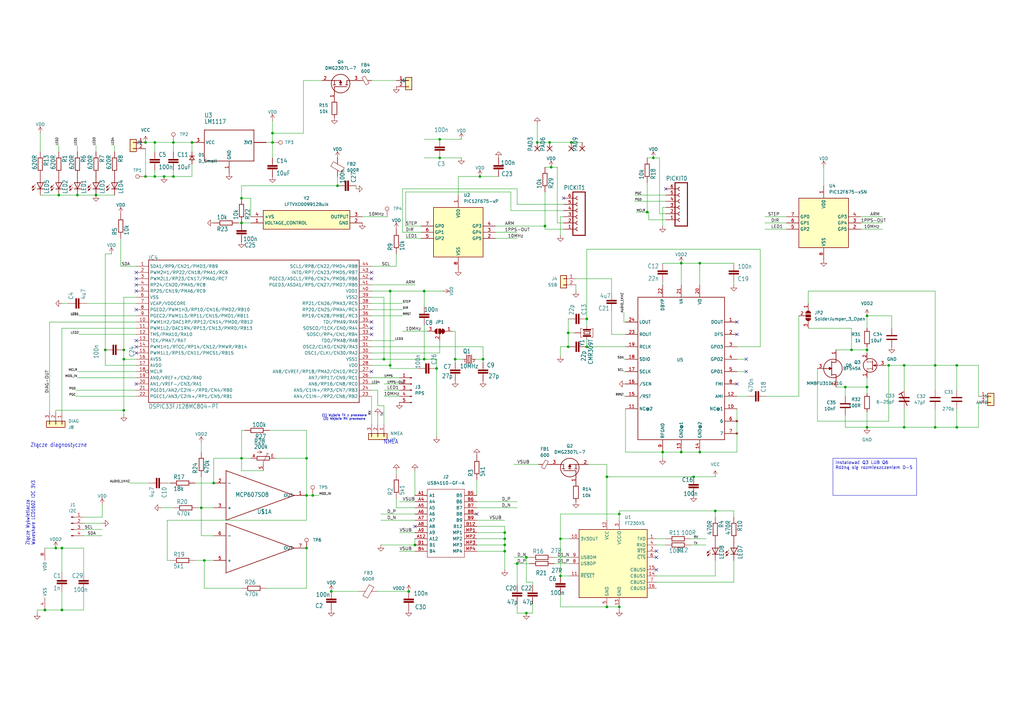
<source format=kicad_sch>
(kicad_sch (version 20231120) (generator "eeschema") (generator_version "8.0")
  (paper "A3")
  (title_block (title "Odbiornik 225kHz e-Czas GUM") (date "2024-07-02") (company "e4SCI") (comment 1 "KiCAD - Jerzy K. kowalski"))
  (junction (at 223.52 92.71))
  (junction (at 180.34 64.77))
  (junction (at 111.76 54.61))
  (junction (at 215.9 251.46))
  (junction (at 125.73 224.79))
  (junction (at 179.07 151.13))
  (junction (at 226.06 68.58))
  (junction (at 22.86 224.79))
  (junction (at 99.06 187.96))
  (junction (at 254 248.92))
  (junction (at 287.02 185.42))
  (junction (at 87.63 198.12))
  (junction (at 392.43 175.26))
  (junction (at 207.01 220.98))
  (junction (at 173.99 147.32))
  (junction (at 128.27 203.2))
  (junction (at 254 210.82))
  (junction (at 125.73 203.2))
  (junction (at 370.84 149.86))
  (junction (at 248.92 248.92))
  (junction (at 25.4 224.79))
  (junction (at 383.54 175.26))
  (junction (at 225.425 58.42))
  (junction (at 279.4 107.95))
  (junction (at 18.415 250.19))
  (junction (at 207.01 223.52))
  (junction (at 267.97 64.77))
  (junction (at 215.9 228.6))
  (junction (at 167.64 242.57))
  (junction (at 160.02 119.38))
  (junction (at 180.34 57.15))
  (junction (at 346.71 158.75))
  (junction (at 392.43 149.86))
  (junction (at 78.74 58.42))
  (junction (at 207.01 226.06))
  (junction (at 229.87 220.98))
  (junction (at 265.43 86.995))
  (junction (at 279.4 185.42))
  (junction (at 50.8 143.51))
  (junction (at 196.85 72.39))
  (junction (at 383.54 149.86))
  (junction (at 229.87 236.22))
  (junction (at 233.045 136.525))
  (junction (at 24.13 80.01))
  (junction (at 370.84 175.26))
  (junction (at 212.09 231.14))
  (junction (at 50.8 168.275))
  (junction (at 186.69 147.32))
  (junction (at 157.48 147.32))
  (junction (at 364.49 149.86))
  (junction (at 99.06 91.44))
  (junction (at 63.5 58.42))
  (junction (at 63.5 72.39))
  (junction (at 293.37 209.55))
  (junction (at 220.345 58.42))
  (junction (at 355.6 158.75))
  (junction (at 43.18 143.51))
  (junction (at 59.69 72.39))
  (junction (at 287.02 107.95))
  (junction (at 207.01 218.44))
  (junction (at 83.82 229.87))
  (junction (at 233.045 142.24))
  (junction (at 39.37 80.01))
  (junction (at 125.73 187.96))
  (junction (at 173.99 119.38))
  (junction (at 355.6 129.54))
  (junction (at 59.69 58.42))
  (junction (at 284.48 195.58))
  (junction (at 82.55 208.28))
  (junction (at 71.12 72.39))
  (junction (at 138.43 76.2))
  (junction (at 111.76 58.42))
  (junction (at 248.92 195.58))
  (junction (at 71.12 58.42))
  (junction (at 355.6 143.51))
  (junction (at 160.02 149.86))
  (junction (at 170.18 223.52))
  (junction (at 240.665 130.81))
  (junction (at 135.89 242.57))
  (junction (at 31.75 80.01))
  (junction (at 355.6 175.26))
  (junction (at 271.78 185.42))
  (junction (at 25.4 250.19))
  (junction (at 198.12 147.32))
  (junction (at 240.665 142.24))
  (junction (at 67.31 72.39))
  (junction (at 349.25 143.51))
  (junction (at 50.8 147.32))
  (junction (at 234.315 58.42))
  (junction (at 99.06 81.28))
  (no_connect (at 273.05 77.47))
  (no_connect (at 55.88 119.38))
  (no_connect (at 152.4 132.08))
  (no_connect (at 55.88 139.7))
  (no_connect (at 152.4 134.62))
  (no_connect (at 55.88 142.24))
  (no_connect (at 55.88 157.48))
  (no_connect (at 302.26 157.48))
  (no_connect (at 306.07 147.32))
  (no_connect (at 55.88 116.84))
  (no_connect (at 152.4 111.76))
  (no_connect (at 152.4 114.3))
  (no_connect (at 55.88 144.78))
  (no_connect (at 306.07 152.4))
  (no_connect (at 269.24 228.6))
  (no_connect (at 269.24 233.68))
  (no_connect (at 302.26 137.16))
  (no_connect (at 152.4 152.4))
  (no_connect (at 231.14 81.28))
  (no_connect (at 55.88 114.3))
  (no_connect (at 152.4 137.16))
  (no_connect (at 170.18 215.9))
  (no_connect (at 195.58 210.82))
  (no_connect (at 302.26 132.08))
  (no_connect (at 269.24 226.06))
  (no_connect (at 55.88 111.76))
  (no_connect (at 55.88 127))
  (wire (pts (xy 152.4 139.7) (xy 161.925 139.7)) (stroke (width 0.1524)))
  (wire (pts (xy 302.26 147.32) (xy 306.07 147.32)) (stroke (width 0.1524)))
  (wire (pts (xy 314.325 162.56) (xy 320.04 162.56)) (stroke (width 0.1524)))
  (wire (pts (xy 34.29 242.57) (xy 34.29 250.19)) (stroke (width 0.1524)))
  (wire (pts (xy 229.87 220.98) (xy 233.68 220.98)))
  (wire (pts (xy 220.345 58.42) (xy 220.345 50.8)) (stroke (width 0.1524)))
  (wire (pts (xy 355.6 158.75) (xy 355.6 161.29)))
  (wire (pts (xy 99.06 76.2) (xy 138.43 76.2)))
  (wire (pts (xy 248.92 195.58) (xy 284.48 195.58)))
  (wire (pts (xy 82.55 208.28) (xy 81.28 208.28)) (stroke (width 0.1524)))
  (wire (pts (xy 223.52 78.74) (xy 223.52 92.71)) (stroke (width 0.1524)))
  (wire (pts (xy 173.99 133.35) (xy 173.99 147.32)))
  (wire (pts (xy 254 248.92) (xy 254 250.19)))
  (wire (pts (xy 229.87 142.24) (xy 229.87 146.05)) (stroke (width 0.1524)))
  (wire (pts (xy 195.58 208.28) (xy 212.09 208.28)))
  (wire (pts (xy 220.345 58.42) (xy 225.425 58.42)) (stroke (width 0.1524)))
  (wire (pts (xy 165.1 77.47) (xy 165.1 95.25)))
  (wire (pts (xy 22.86 224.79) (xy 25.4 224.79)) (stroke (width 0.1524)))
  (wire (pts (xy 269.24 223.52) (xy 273.05 223.52)))
  (wire (pts (xy 210.82 231.14) (xy 212.09 231.14)))
  (wire (pts (xy 25.4 134.62) (xy 25.4 168.91)) (stroke (width 0.1524)))
  (wire (pts (xy 353.06 91.44) (xy 361.95 91.44)))
  (wire (pts (xy 210.82 190.5) (xy 220.98 190.5)))
  (wire (pts (xy 111.76 64.77) (xy 111.76 58.42)) (stroke (width 0.1524)))
  (wire (pts (xy 311.785 142.24) (xy 302.26 142.24)) (stroke (width 0.1524)))
  (wire (pts (xy 157.48 166.37) (xy 157.48 173.99)) (stroke (width 0.1524)))
  (wire (pts (xy 218.44 247.65) (xy 218.44 251.46)))
  (wire (pts (xy 87.63 187.96) (xy 87.63 198.12)) (stroke (width 0.1524)))
  (wire (pts (xy 31.75 80.01) (xy 39.37 80.01)))
  (wire (pts (xy 342.9 158.75) (xy 346.71 158.75)))
  (wire (pts (xy 179.07 147.32) (xy 179.07 151.13)) (stroke (width 0.1524)))
  (wire (pts (xy 229.87 88.9) (xy 229.87 96.52)) (stroke (width 0.1524)))
  (wire (pts (xy 125.73 213.36) (xy 125.73 203.2)) (stroke (width 0.1524)))
  (wire (pts (xy 212.09 83.82) (xy 212.09 77.47)))
  (wire (pts (xy 102.87 81.28) (xy 99.06 81.28)))
  (wire (pts (xy 63.5 58.42) (xy 71.12 58.42)) (stroke (width 0.1524)))
  (wire (pts (xy 212.09 247.65) (xy 212.09 251.46)))
  (wire (pts (xy 187.96 80.01) (xy 187.96 72.39)))
  (wire (pts (xy 209.55 78.74) (xy 166.37 78.74)))
  (wire (pts (xy 80.01 229.87) (xy 83.82 229.87)) (stroke (width 0.1524)))
  (wire (pts (xy 157.48 147.32) (xy 152.4 147.32)) (stroke (width 0.1524)))
  (wire (pts (xy 163.83 205.74) (xy 170.18 205.74)))
  (wire (pts (xy 34.29 217.17) (xy 41.91 217.17)))
  (wire (pts (xy 128.27 203.2) (xy 130.81 203.2)) (stroke (width 0.1524)))
  (wire (pts (xy 256.54 167.64) (xy 256.54 185.42)) (stroke (width 0.1524)))
  (wire (pts (xy 186.69 147.32) (xy 186.69 148.59)) (stroke (width 0.1524)))
  (wire (pts (xy 349.25 143.51) (xy 355.6 143.51)))
  (wire (pts (xy 102.87 81.28) (xy 102.87 88.9)))
  (wire (pts (xy 173.99 147.32) (xy 179.07 147.32)) (stroke (width 0.1524)))
  (wire (pts (xy 71.12 72.39) (xy 71.12 69.85)))
  (wire (pts (xy 43.18 104.14) (xy 45.72 104.14)) (stroke (width 0.1524)))
  (wire (pts (xy 31.75 59.69) (xy 31.75 62.23)) (stroke (width 0.1524)))
  (wire (pts (xy 269.24 220.98) (xy 273.05 220.98)))
  (wire (pts (xy 273.05 85.09) (xy 271.78 85.09)) (stroke (width 0.1524)))
  (wire (pts (xy 20.32 168.91) (xy 20.32 132.08)) (stroke (width 0.1524)))
  (wire (pts (xy 293.37 212.09) (xy 293.37 209.55)) (stroke (width 0.1524)))
  (wire (pts (xy 152.4 129.54) (xy 165.1 129.54)) (stroke (width 0.1524)))
  (wire (pts (xy 227.33 228.6) (xy 233.68 228.6)))
  (wire (pts (xy 271.78 115.57) (xy 271.78 116.84)) (stroke (width 0.1524)))
  (wire (pts (xy 250.825 137.16) (xy 250.825 127.635)) (stroke (width 0.1524)))
  (wire (pts (xy 125.73 187.96) (xy 125.73 203.2)) (stroke (width 0.1524)))
  (wire (pts (xy 223.52 68.58) (xy 226.06 68.58)) (stroke (width 0.1524)))
  (wire (pts (xy 97.79 91.44) (xy 99.06 91.44)))
  (wire (pts (xy 22.86 168.275) (xy 50.8 168.275)) (stroke (width 0.1524)))
  (wire (pts (xy 34.29 214.63) (xy 41.91 214.63)))
  (wire (pts (xy 39.37 62.23) (xy 39.37 59.69)) (stroke (width 0.1524)))
  (wire (pts (xy 31.115 162.56) (xy 55.88 162.56)) (stroke (width 0.1524)))
  (wire (pts (xy 82.55 208.28) (xy 82.55 219.71)))
  (wire (pts (xy 300.99 212.09) (xy 300.99 209.55)) (stroke (width 0.1524)))
  (wire (pts (xy 215.9 251.46) (xy 218.44 251.46)))
  (wire (pts (xy 365.76 134.62) (xy 365.76 129.54)))
  (wire (pts (xy 162.56 204.47) (xy 162.56 208.28)))
  (wire (pts (xy 171.45 151.13) (xy 160.02 151.13)))
  (wire (pts (xy 34.29 212.09) (xy 41.91 212.09)))
  (wire (pts (xy 163.83 226.06) (xy 170.18 226.06)))
  (wire (pts (xy 266.065 90.17) (xy 273.05 90.17)) (stroke (width 0.1524)))
  (wire (pts (xy 99.06 193.04) (xy 99.06 187.96)) (stroke (width 0.1524)))
  (wire (pts (xy 241.3 190.5) (xy 248.92 190.5)))
  (wire (pts (xy 162.56 109.22) (xy 162.56 104.14)) (stroke (width 0.1524)))
  (wire (pts (xy 162.56 193.04) (xy 162.56 194.31)))
  (wire (pts (xy 195.58 223.52) (xy 207.01 223.52)))
  (wire (pts (xy 370.84 175.26) (xy 355.6 175.26)))
  (wire (pts (xy 63.5 58.42) (xy 63.5 62.23)) (stroke (width 0.1524)))
  (wire (pts (xy 279.4 116.84) (xy 279.4 107.95)) (stroke (width 0.1524)))
  (wire (pts (xy 265.43 74.93) (xy 265.43 86.995)) (stroke (width 0.1524)))
  (wire (pts (xy 165.1 135.89) (xy 175.26 135.89)))
  (wire (pts (xy 256.54 132.08) (xy 255.905 132.08)) (stroke (width 0.1524)))
  (wire (pts (xy 331.47 119.38) (xy 383.54 119.38)))
  (wire (pts (xy 236.22 116.84) (xy 236.22 119.38)))
  (wire (pts (xy 78.74 72.39) (xy 71.12 72.39)))
  (wire (pts (xy 154.94 242.57) (xy 167.64 242.57)))
  (wire (pts (xy 154.94 166.37) (xy 157.48 166.37)) (stroke (width 0.1524)))
  (wire (pts (xy 173.99 119.38) (xy 160.02 119.38)))
  (wire (pts (xy 154.94 160.02) (xy 154.94 166.37)) (stroke (width 0.1524)))
  (wire (pts (xy 265.43 86.995) (xy 266.065 86.995)) (stroke (width 0.1524)))
  (wire (pts (xy 22.86 168.91) (xy 22.86 168.275)) (stroke (width 0.1524)))
  (wire (pts (xy 100.33 176.53) (xy 99.06 176.53)))
  (wire (pts (xy 87.63 208.28) (xy 82.55 208.28)) (stroke (width 0.1524)))
  (wire (pts (xy 34.29 234.95) (xy 34.29 224.79)) (stroke (width 0.1524)))
  (wire (pts (xy 212.09 231.14) (xy 217.17 231.14)))
  (wire (pts (xy 170.18 220.98) (xy 170.18 223.52)))
  (wire (pts (xy 20.32 132.08) (xy 55.88 132.08)) (stroke (width 0.1524)))
  (wire (pts (xy 49.53 97.79) (xy 49.53 109.22)) (stroke (width 0.1524)))
  (wire (pts (xy 273.05 87.63) (xy 270.51 87.63)) (stroke (width 0.1524)))
  (wire (pts (xy 198.12 142.24) (xy 198.12 147.32)) (stroke (width 0.1524)))
  (wire (pts (xy 179.07 151.13) (xy 179.07 179.07)) (stroke (width 0.1524)))
  (wire (pts (xy 279.4 107.95) (xy 271.78 107.95)) (stroke (width 0.1524)))
  (wire (pts (xy 187.96 72.39) (xy 196.85 72.39)))
  (wire (pts (xy 256.54 162.56) (xy 255.905 162.56)) (stroke (width 0.1524)))
  (wire (pts (xy 320.04 162.56) (xy 327.66 162.56)))
  (wire (pts (xy 392.43 149.86) (xy 392.43 160.02)))
  (wire (pts (xy 198.12 147.32) (xy 198.12 148.59)) (stroke (width 0.1524)))
  (wire (pts (xy 207.01 218.44) (xy 207.01 220.98)))
  (wire (pts (xy 256.54 152.4) (xy 255.905 152.4)) (stroke (width 0.1524)))
  (wire (pts (xy 195.58 220.98) (xy 207.01 220.98)))
  (wire (pts (xy 162.56 33.02) (xy 152.4 33.02)))
  (wire (pts (xy 313.69 91.44) (xy 322.58 91.44)))
  (wire (pts (xy 189.23 64.77) (xy 180.34 64.77)) (stroke (width 0.1524)))
  (wire (pts (xy 248.92 248.92) (xy 254 248.92)))
  (wire (pts (xy 271.78 85.09) (xy 271.78 92.71)) (stroke (width 0.1524)))
  (wire (pts (xy 173.99 64.77) (xy 180.34 64.77)) (stroke (width 0.1524)))
  (wire (pts (xy 99.06 176.53) (xy 99.06 187.96)))
  (wire (pts (xy 107.95 193.04) (xy 99.06 193.04)) (stroke (width 0.1524)))
  (wire (pts (xy 302.26 162.56) (xy 306.705 162.56)) (stroke (width 0.1524)))
  (wire (pts (xy 111.76 54.61) (xy 124.46 54.61)))
  (wire (pts (xy 335.28 172.72) (xy 364.49 172.72)))
  (wire (pts (xy 50.8 147.32) (xy 50.8 143.51)) (stroke (width 0.1524)))
  (wire (pts (xy 186.69 135.89) (xy 185.42 135.89)) (stroke (width 0.1524)))
  (wire (pts (xy 152.4 149.86) (xy 160.02 149.86)) (stroke (width 0.1524)))
  (wire (pts (xy 82.55 181.61) (xy 82.55 185.42)))
  (wire (pts (xy 346.71 170.18) (xy 346.71 175.26)))
  (wire (pts (xy 355.6 134.62) (xy 355.6 129.54)))
  (wire (pts (xy 250.825 114.3) (xy 236.22 114.3)))
  (wire (pts (xy 240.665 142.24) (xy 240.665 139.065)) (stroke (width 0.1524)))
  (wire (pts (xy 55.88 149.86) (xy 43.18 149.86)) (stroke (width 0.1524)))
  (wire (pts (xy 383.54 167.64) (xy 383.54 175.26)))
  (wire (pts (xy 157.48 162.56) (xy 163.83 162.56)))
  (wire (pts (xy 50.8 147.32) (xy 50.8 168.275)) (stroke (width 0.1524)))
  (wire (pts (xy 267.97 64.77) (xy 270.51 64.77)) (stroke (width 0.1524)))
  (wire (pts (xy 383.54 175.26) (xy 370.84 175.26)))
  (wire (pts (xy 67.31 72.39) (xy 71.12 72.39)))
  (wire (pts (xy 227.33 231.14) (xy 233.68 231.14)))
  (wire (pts (xy 82.55 219.71) (xy 87.63 219.71)))
  (wire (pts (xy 152.4 121.92) (xy 157.48 121.92)) (stroke (width 0.1524)))
  (wire (pts (xy 279.4 185.42) (xy 271.78 185.42)) (stroke (width 0.1524)))
  (wire (pts (xy 302.26 185.42) (xy 287.02 185.42)) (stroke (width 0.1524)))
  (wire (pts (xy 212.09 77.47) (xy 165.1 77.47)))
  (wire (pts (xy 234.315 58.42) (xy 238.76 58.42)) (stroke (width 0.1524)))
  (wire (pts (xy 337.82 68.58) (xy 337.82 76.2)))
  (wire (pts (xy 152.4 127) (xy 165.1 127)) (stroke (width 0.1524)))
  (wire (pts (xy 210.82 228.6) (xy 215.9 228.6)))
  (wire (pts (xy 24.13 80.01) (xy 31.75 80.01)))
  (wire (pts (xy 233.045 136.525) (xy 233.045 130.81)) (stroke (width 0.1524)))
  (wire (pts (xy 256.54 147.32) (xy 255.905 147.32)) (stroke (width 0.1524)))
  (wire (pts (xy 346.71 158.75) (xy 355.6 158.75)))
  (wire (pts (xy 25.4 224.79) (xy 25.4 234.95)) (stroke (width 0.1524)))
  (wire (pts (xy 71.12 58.42) (xy 78.74 58.42)) (stroke (width 0.1524)))
  (wire (pts (xy 383.54 119.38) (xy 383.54 149.86)))
  (wire (pts (xy 68.58 229.87) (xy 68.58 213.36)) (stroke (width 0.1524)))
  (wire (pts (xy 240.665 133.985) (xy 240.665 130.81)) (stroke (width 0.1524)))
  (wire (pts (xy 256.54 137.16) (xy 250.825 137.16)) (stroke (width 0.1524)))
  (wire (pts (xy 223.52 92.71) (xy 223.52 93.98)) (stroke (width 0.1524)))
  (wire (pts (xy 300.99 238.76) (xy 300.99 229.87)))
  (wire (pts (xy 125.73 203.2) (xy 128.27 203.2)) (stroke (width 0.1524)))
  (wire (pts (xy 99.06 241.3) (xy 83.82 241.3)))
  (wire (pts (xy 99.06 76.2) (xy 99.06 81.28)))
  (wire (pts (xy 55.88 160.02) (xy 31.115 160.02)) (stroke (width 0.1524)))
  (wire (pts (xy 255.905 132.08) (xy 255.905 128.27)) (stroke (width 0.1524)))
  (wire (pts (xy 152.4 162.56) (xy 152.4 173.99)) (stroke (width 0.1524)))
  (wire (pts (xy 229.87 248.92) (xy 248.92 248.92)))
  (wire (pts (xy 363.22 149.86) (xy 364.49 149.86)))
  (wire (pts (xy 231.14 83.82) (xy 212.09 83.82)))
  (wire (pts (xy 50.8 121.92) (xy 55.88 121.92)) (stroke (width 0.1524)))
  (wire (pts (xy 157.48 147.32) (xy 173.99 147.32)) (stroke (width 0.1524)))
  (wire (pts (xy 186.69 147.32) (xy 189.865 147.32)) (stroke (width 0.1524)))
  (wire (pts (xy 300.99 209.55) (xy 293.37 209.55)) (stroke (width 0.1524)))
  (wire (pts (xy 148.59 88.9) (xy 158.75 88.9)))
  (wire (pts (xy 78.74 67.31) (xy 78.74 72.39)))
  (wire (pts (xy 256.54 185.42) (xy 271.78 185.42)) (stroke (width 0.1524)))
  (wire (pts (xy 59.69 60.96) (xy 59.69 72.39)))
  (wire (pts (xy 240.665 102.235) (xy 240.665 130.81)) (stroke (width 0.1524)))
  (wire (pts (xy 207.01 226.06) (xy 207.01 233.68)))
  (wire (pts (xy 111.76 54.61) (xy 111.76 49.53)) (stroke (width 0.1524)))
  (wire (pts (xy 68.58 198.12) (xy 69.85 198.12)) (stroke (width 0.1524)))
  (wire (pts (xy 226.06 68.58) (xy 228.6 68.58)) (stroke (width 0.1524)))
  (wire (pts (xy 173.99 57.15) (xy 180.34 57.15)) (stroke (width 0.1524)))
  (wire (pts (xy 34.29 219.71) (xy 41.91 219.71)))
  (wire (pts (xy 212.09 251.46) (xy 215.9 251.46)))
  (wire (pts (xy 229.87 210.82) (xy 229.87 220.98)))
  (wire (pts (xy 256.54 142.24) (xy 240.665 142.24)) (stroke (width 0.1524)))
  (wire (pts (xy 157.48 160.02) (xy 163.83 160.02)))
  (wire (pts (xy 365.76 129.54) (xy 355.6 129.54)))
  (wire (pts (xy 401.32 149.86) (xy 392.43 149.86)))
  (wire (pts (xy 152.4 109.22) (xy 162.56 109.22)) (stroke (width 0.1524)))
  (wire (pts (xy 152.4 116.84) (xy 170.18 116.84)))
  (wire (pts (xy 25.4 224.79) (xy 34.29 224.79)) (stroke (width 0.1524)))
  (wire (pts (xy 180.34 144.78) (xy 180.34 139.7)))
  (wire (pts (xy 218.44 240.03) (xy 218.44 238.76)))
  (wire (pts (xy 287.02 107.95) (xy 300.99 107.95)) (stroke (width 0.1524)))
  (wire (pts (xy 283.21 220.98) (xy 289.56 220.98)))
  (wire (pts (xy 269.24 238.76) (xy 300.99 238.76)))
  (wire (pts (xy 154.94 173.99) (xy 154.94 170.18)) (stroke (width 0.1524)))
  (wire (pts (xy 55.88 137.16) (xy 32.385 137.16)) (stroke (width 0.1524)))
  (wire (pts (xy 15.24 250.19) (xy 15.24 251.46)) (stroke (width 0.1524)))
  (wire (pts (xy 102.87 187.96) (xy 99.06 187.96)) (stroke (width 0.1524)))
  (wire (pts (xy 248.92 195.58) (xy 248.92 213.36)))
  (wire (pts (xy 50.8 168.275) (xy 50.8 170.18)) (stroke (width 0.1524)))
  (wire (pts (xy 34.29 250.19) (xy 25.4 250.19)) (stroke (width 0.1524)))
  (wire (pts (xy 215.9 228.6) (xy 217.17 228.6)))
  (wire (pts (xy 293.37 236.22) (xy 293.37 229.87)))
  (wire (pts (xy 240.665 102.235) (xy 311.785 102.235)) (stroke (width 0.1524)))
  (wire (pts (xy 78.74 58.42) (xy 78.74 62.23)))
  (wire (pts (xy 49.53 109.22) (xy 55.88 109.22)) (stroke (width 0.1524)))
  (wire (pts (xy 113.03 187.96) (xy 125.73 187.96)) (stroke (width 0.1524)))
  (wire (pts (xy 392.43 175.26) (xy 401.32 175.26)))
  (wire (pts (xy 186.69 135.89) (xy 186.69 147.32)) (stroke (width 0.1524)))
  (wire (pts (xy 135.89 242.57) (xy 147.32 242.57)))
  (wire (pts (xy 181.61 119.38) (xy 173.99 119.38)))
  (wire (pts (xy 212.09 231.14) (xy 212.09 240.03)))
  (wire (pts (xy 16.51 80.01) (xy 24.13 80.01)))
  (wire (pts (xy 55.88 129.54) (xy 32.385 129.54)) (stroke (width 0.1524)))
  (wire (pts (xy 55.88 152.4) (xy 31.75 152.4)) (stroke (width 0.1524)))
  (wire (pts (xy 392.43 175.26) (xy 383.54 175.26)))
  (wire (pts (xy 173.99 119.38) (xy 173.99 125.73)))
  (wire (pts (xy 302.26 167.64) (xy 302.26 185.42)) (stroke (width 0.1524)))
  (wire (pts (xy 18.415 224.79) (xy 22.86 224.79)) (stroke (width 0.1524)))
  (wire (pts (xy 24.13 62.23) (xy 24.13 59.69)) (stroke (width 0.1524)))
  (wire (pts (xy 63.5 72.39) (xy 63.5 69.85)))
  (wire (pts (xy 353.06 88.9) (xy 361.95 88.9)))
  (wire (pts (xy 287.02 185.42) (xy 279.4 185.42)) (stroke (width 0.1524)))
  (wire (pts (xy 132.08 33.02) (xy 124.46 33.02)))
  (wire (pts (xy 293.37 209.55) (xy 254 209.55)) (stroke (width 0.1524)))
  (wire (pts (xy 87.63 198.12) (xy 80.01 198.12)) (stroke (width 0.1524)))
  (wire (pts (xy 327.66 162.56) (xy 327.66 129.54)))
  (wire (pts (xy 111.76 58.42) (xy 111.76 54.61)) (stroke (width 0.1524)))
  (wire (pts (xy 266.065 86.995) (xy 266.065 90.17)) (stroke (width 0.1524)))
  (wire (pts (xy 50.8 143.51) (xy 50.8 121.92)) (stroke (width 0.1524)))
  (wire (pts (xy 189.23 57.15) (xy 180.34 57.15)) (stroke (width 0.1524)))
  (wire (pts (xy 156.21 210.82) (xy 170.18 210.82)))
  (wire (pts (xy 370.84 149.86) (xy 370.84 160.02)))
  (wire (pts (xy 248.92 190.5) (xy 248.92 195.58)))
  (wire (pts (xy 331.47 134.62) (xy 349.25 134.62)))
  (wire (pts (xy 355.6 142.24) (xy 355.6 143.51)))
  (wire (pts (xy 82.55 195.58) (xy 82.55 208.28)) (stroke (width 0.1524)))
  (wire (pts (xy 66.04 208.28) (xy 71.12 208.28)) (stroke (width 0.1524)))
  (wire (pts (xy 231.14 86.36) (xy 209.55 86.36)))
  (wire (pts (xy 195.58 205.74) (xy 212.09 205.74)))
  (wire (pts (xy 59.69 58.42) (xy 63.5 58.42)) (stroke (width 0.1524)))
  (wire (pts (xy 283.21 223.52) (xy 289.56 223.52)))
  (wire (pts (xy 209.55 86.36) (xy 209.55 78.74)))
  (wire (pts (xy 203.2 97.79) (xy 212.09 97.79)))
  (wire (pts (xy 195.58 226.06) (xy 207.01 226.06)))
  (wire (pts (xy 195.58 215.9) (xy 207.01 215.9)))
  (wire (pts (xy 160.02 151.13) (xy 160.02 149.86)))
  (wire (pts (xy 157.48 157.48) (xy 163.83 157.48)))
  (wire (pts (xy 165.1 95.25) (xy 172.72 95.25)))
  (wire (pts (xy 383.54 149.86) (xy 370.84 149.86)))
  (wire (pts (xy 364.49 149.86) (xy 370.84 149.86)))
  (wire (pts (xy 125.73 176.53) (xy 125.73 187.96)))
  (wire (pts (xy 229.87 210.82) (xy 254 210.82)))
  (wire (pts (xy 110.49 176.53) (xy 125.73 176.53)))
  (wire (pts (xy 27.94 124.46) (xy 25.4 124.46)) (stroke (width 0.1524)))
  (wire (pts (xy 355.6 143.51) (xy 355.6 144.78)))
  (wire (pts (xy 401.32 162.56) (xy 401.32 149.86)))
  (wire (pts (xy 138.43 76.2) (xy 138.43 72.39)))
  (wire (pts (xy 355.6 175.26) (xy 346.71 175.26)))
  (wire (pts (xy 195.58 213.36) (xy 207.01 213.36)))
  (wire (pts (xy 370.84 167.64) (xy 370.84 175.26)))
  (wire (pts (xy 215.9 238.76) (xy 215.9 228.6)))
  (wire (pts (xy 53.34 198.12) (xy 60.96 198.12)) (stroke (width 0.1524)))
  (wire (pts (xy 83.82 241.3) (xy 83.82 229.87)))
  (wire (pts (xy 55.88 154.94) (xy 31.75 154.94)) (stroke (width 0.1524)))
  (wire (pts (xy 109.22 241.3) (xy 125.73 241.3)))
  (wire (pts (xy 287.02 107.95) (xy 287.02 116.84)) (stroke (width 0.1524)))
  (wire (pts (xy 68.58 213.36) (xy 125.73 213.36)) (stroke (width 0.1524)))
  (wire (pts (xy 254 209.55) (xy 254 210.82)) (stroke (width 0.1524)))
  (wire (pts (xy 355.6 168.91) (xy 355.6 175.26)))
  (wire (pts (xy 335.28 151.13) (xy 335.28 172.72)))
  (wire (pts (xy 166.37 92.71) (xy 172.72 92.71)))
  (wire (pts (xy 109.22 58.42) (xy 111.76 58.42)) (stroke (width 0.1524)))
  (wire (pts (xy 152.4 154.94) (xy 163.83 154.94)))
  (wire (pts (xy 392.43 149.86) (xy 383.54 149.86)))
  (wire (pts (xy 170.18 193.04) (xy 170.18 203.2)))
  (wire (pts (xy 15.24 250.19) (xy 18.415 250.19)) (stroke (width 0.1524)))
  (wire (pts (xy 229.87 220.98) (xy 229.87 236.22)))
  (wire (pts (xy 331.47 124.46) (xy 331.47 119.38)))
  (wire (pts (xy 346.71 162.56) (xy 346.71 158.75)))
  (wire (pts (xy 152.4 144.78) (xy 180.34 144.78)))
  (wire (pts (xy 279.4 107.95) (xy 287.02 107.95)) (stroke (width 0.1524)))
  (wire (pts (xy 353.06 93.98) (xy 361.95 93.98)))
  (wire (pts (xy 39.37 80.01) (xy 46.99 80.01)))
  (wire (pts (xy 364.49 172.72) (xy 364.49 149.86)))
  (wire (pts (xy 203.2 95.25) (xy 212.09 95.25)))
  (wire (pts (xy 156.21 223.52) (xy 170.18 223.52)))
  (wire (pts (xy 152.4 142.24) (xy 198.12 142.24)) (stroke (width 0.1524)))
  (wire (pts (xy 273.05 80.01) (xy 260.35 80.01)) (stroke (width 0.1524)))
  (wire (pts (xy 265.43 64.77) (xy 267.97 64.77)) (stroke (width 0.1524)))
  (wire (pts (xy 401.32 175.26) (xy 401.32 165.1)))
  (wire (pts (xy 152.4 124.46) (xy 165.1 124.46)) (stroke (width 0.1524)))
  (wire (pts (xy 228.6 91.44) (xy 228.6 68.58)) (stroke (width 0.1524)))
  (wire (pts (xy 229.87 243.84) (xy 229.87 248.92)))
  (wire (pts (xy 313.69 93.98) (xy 322.58 93.98)))
  (wire (pts (xy 18.415 250.19) (xy 25.4 250.19)) (stroke (width 0.1524)))
  (wire (pts (xy 125.73 241.3) (xy 125.73 224.79)))
  (wire (pts (xy 250.825 114.3) (xy 250.825 120.015)) (stroke (width 0.1524)))
  (wire (pts (xy 207.01 215.9) (xy 207.01 218.44)))
  (wire (pts (xy 300.99 115.57) (xy 300.99 116.84)) (stroke (width 0.1524)))
  (wire (pts (xy 16.51 54.61) (xy 16.51 62.23)))
  (wire (pts (xy 203.2 92.71) (xy 212.09 92.71)))
  (wire (pts (xy 196.85 72.39) (xy 204.47 72.39)))
  (wire (pts (xy 207.01 220.98) (xy 207.01 223.52)))
  (wire (pts (xy 170.18 208.28) (xy 162.56 208.28)))
  (wire (pts (xy 160.02 149.86) (xy 160.02 119.38)) (stroke (width 0.1524)))
  (wire (pts (xy 160.02 119.38) (xy 152.4 119.38)) (stroke (width 0.1524)))
  (wire (pts (xy 207.01 223.52) (xy 207.01 226.06)))
  (wire (pts (xy 175.26 147.32) (xy 173.99 147.32)))
  (wire (pts (xy 313.69 88.9) (xy 322.58 88.9)))
  (wire (pts (xy 235.585 136.525) (xy 233.045 136.525)) (stroke (width 0.1524)))
  (wire (pts (xy 43.18 143.51) (xy 43.18 104.14)) (stroke (width 0.1524)))
  (wire (pts (xy 59.69 72.39) (xy 63.5 72.39)))
  (wire (pts (xy 231.14 88.9) (xy 229.87 88.9)) (stroke (width 0.1524)))
  (wire (pts (xy 229.87 236.22) (xy 233.68 236.22)))
  (wire (pts (xy 392.43 167.64) (xy 392.43 175.26)))
  (wire (pts (xy 163.83 218.44) (xy 170.18 218.44)))
  (wire (pts (xy 99.06 91.44) (xy 102.87 91.44)))
  (wire (pts (xy 270.51 87.63) (xy 270.51 64.77)) (stroke (width 0.1524)))
  (wire (pts (xy 195.58 196.85) (xy 195.58 203.2)))
  (wire (pts (xy 260.985 86.995) (xy 265.43 86.995)) (stroke (width 0.1524)))
  (wire (pts (xy 99.06 187.96) (xy 87.63 187.96)) (stroke (width 0.1524)))
  (wire (pts (xy 71.12 58.42) (xy 71.12 62.23)) (stroke (width 0.1524)))
  (wire (pts (xy 166.37 78.74) (xy 166.37 92.71)))
  (wire (pts (xy 195.58 218.44) (xy 207.01 218.44)))
  (wire (pts (xy 46.99 62.23) (xy 46.99 59.69)) (stroke (width 0.1524)))
  (wire (pts (xy 218.44 238.76) (xy 215.9 238.76)))
  (wire (pts (xy 223.52 93.98) (xy 231.14 93.98)) (stroke (width 0.1524)))
  (wire (pts (xy 233.045 142.24) (xy 229.87 142.24)) (stroke (width 0.1524)))
  (wire (pts (xy 43.18 149.86) (xy 43.18 143.51)) (stroke (width 0.1524)))
  (wire (pts (xy 349.25 134.62) (xy 349.25 143.51)))
  (wire (pts (xy 355.6 154.94) (xy 355.6 158.75)))
  (wire (pts (xy 342.9 143.51) (xy 349.25 143.51)))
  (wire (pts (xy 233.045 136.525) (xy 233.045 142.24)) (stroke (width 0.1524)))
  (wire (pts (xy 383.54 149.86) (xy 383.54 160.02)))
  (wire (pts (xy 154.94 157.48) (xy 152.4 157.48)) (stroke (width 0.1524)))
  (wire (pts (xy 254 213.36) (xy 254 210.82)))
  (wire (pts (xy 231.14 91.44) (xy 228.6 91.44)) (stroke (width 0.1524)))
  (wire (pts (xy 41.91 207.01) (xy 41.91 212.09)))
  (wire (pts (xy 194.945 147.32) (xy 198.12 147.32)) (stroke (width 0.1524)))
  (wire (pts (xy 284.48 195.58) (xy 293.37 195.58)))
  (wire (pts (xy 156.21 213.36) (xy 170.18 213.36)))
  (wire (pts (xy 55.88 147.32) (xy 50.8 147.32)) (stroke (width 0.1524)))
  (wire (pts (xy 124.46 33.02) (xy 124.46 54.61)))
  (wire (pts (xy 55.88 134.62) (xy 25.4 134.62)) (stroke (width 0.1524)))
  (wire (pts (xy 260.35 82.55) (xy 273.05 82.55)) (stroke (width 0.1524)))
  (wire (pts (xy 152.4 160.02) (xy 154.94 160.02)) (stroke (width 0.1524)))
  (wire (pts (xy 212.09 92.71) (xy 223.52 92.71)) (stroke (width 0.1524)))
  (wire (pts (xy 302.26 152.4) (xy 306.07 152.4)) (stroke (width 0.1524)))
  (wire (pts (xy 68.58 229.87) (xy 69.85 229.87)) (stroke (width 0.1524)))
  (wire (pts (xy 311.785 102.235) (xy 311.785 142.24)) (stroke (width 0.1524)))
  (wire (pts (xy 63.5 72.39) (xy 67.31 72.39)))
  (wire (pts (xy 146.05 76.2) (xy 146.05 77.47)))
  (wire (pts (xy 55.88 124.46) (xy 35.56 124.46)) (stroke (width 0.1524)))
  (wire (pts (xy 157.48 121.92) (xy 157.48 147.32)) (stroke (width 0.1524)))
  (wire (pts (xy 83.82 229.87) (xy 87.63 229.87)) (stroke (width 0.1524)))
  (wire (pts (xy 225.425 58.42) (xy 234.315 58.42)) (stroke (width 0.1524)))
  (wire (pts (xy 269.24 236.22) (xy 293.37 236.22)))
  (wire (pts (xy 25.4 242.57) (xy 25.4 250.19)) (stroke (width 0.1524)))
  (wire (pts (xy 271.78 187.96) (xy 271.78 185.42)))
  (wire (pts (xy 166.37 97.79) (xy 172.72 97.79)))
  (text_box "Instalować Q3 LUB Q6\nRóżną się rozmieszczeniem D-S" (at 341.63 187.96 0) (size 34.29 15.24) (effects (font (size 1.27 1.27)) (justify left top)))
  (text "Złącze diagnostyczne" (at 12.446 183.642 0) (effects (font (size 1.6764 1.4249)) (justify left bottom)))
  (text "(1) Wyjście TX z procesora\n(3) Wejście RX procesora\n" (at 141.224 171.196 0) (effects (font (size 0.889 0.889))))
  (text "Złącze Wyświetlacza \nWaveshare LCD1602 I2C 3V3\n" (at 14.478 223.774 90) (effects (font (size 1.4224 1.209)) (justify left bottom)))
  (text "NMEA" (at 157.226 182.372 0) (effects (font (size 1.778 1.5113)) (justify left bottom)))
  (label "LED1" (at 166.37 97.79 0))
  (label "RRST" (at 165.1 129.54 0) (effects (font (size 0.889 0.889))))
  (label "TX" (at 284.48 223.52 0) (effects (font (size 0.889 0.889))))
  (label "PGC" (at 31.115 162.56 180) (effects (font (size 0.889 0.889))))
  (label "1PPS-OUT" (at 353.06 91.44 0))
  (label "STEP" (at 314.96 88.9 0))
  (label "D_N" (at 212.09 228.6 0))
  (label "ARM" (at 356.87 88.9 0))
  (label "D1_P" (at 228.6 231.14 0))
  (label "LED2" (at 24.13 59.69 90) (effects (font (size 0.889 0.889))))
  (label "SDA" (at 53.34 109.22 180) (effects (font (size 1.1735 1.1735))))
  (label "D_P" (at 212.09 231.14 0))
  (label "D_P" (at 205.74 205.74 0))
  (label "STEP" (at 166.37 92.71 0))
  (label "PGC" (at 260.35 80.01 0) (effects (font (size 0.889 0.889))))
  (label "ARM" (at 207.01 92.71 0))
  (label "LED4" (at 46.99 59.69 90) (effects (font (size 0.889 0.889))))
  (label "VSUB" (at 165.1 205.74 0))
  (label "VSUB" (at 212.09 190.5 0))
  (label "D_N" (at 158.75 213.36 0))
  (label "LED1" (at 158.75 160.02 0))
  (label "AUDIO_1KHZ" (at 255.905 128.27 90) (effects (font (size 0.889 0.889))))
  (label "SCL" (at 160.02 109.22 180) (effects (font (size 1.1735 1.1735))))
  (label "AUDIO_1KHZ" (at 53.34 198.12 180) (effects (font (size 0.889 0.889))))
  (label "SDA" (at 39.37 219.71 180) (effects (font (size 1.1735 1.1735))))
  (label "10MHz" (at 354.33 93.98 0))
  (label "VSUB" (at 163.83 218.44 0))
  (label "LED2" (at 32.385 137.16 180) (effects (font (size 0.889 0.889))))
  (label "10MHz" (at 208.28 97.79 0))
  (label "LED4" (at 152.4 157.48 0) (effects (font (size 0.889 0.889))))
  (label "DIR" (at 166.37 95.25 0))
  (label "LED1" (at 32.385 129.54 180) (effects (font (size 0.889 0.889))))
  (label "RRST" (at 255.905 162.56 180) (effects (font (size 0.889 0.889))))
  (label "VSUB" (at 163.83 226.06 0))
  (label "1PPS-OUT" (at 207.01 95.25 0))
  (label "ARM" (at 166.37 116.84 0))
  (label "10MHz" (at 166.37 135.89 0))
  (label "DIR" (at 316.23 91.44 0))
  (label "1PPS-OUT" (at 158.75 157.48 0) (effects (font (size 0.889 0.889))))
  (label "10MHz" (at 151.13 88.9 0))
  (label "TX" (at 157.48 168.91 270) (effects (font (size 0.889 0.889))))
  (label "10MHz" (at 157.48 162.56 0))
  (label "D1_N" (at 228.6 228.6 0))
  (label "SCL" (at 255.905 152.4 180) (effects (font (size 0.889 0.889))))
  (label "DIAG-OUT" (at 20.32 161.29 90))
  (label "MCLR" (at 260.985 86.995 0) (effects (font (size 0.889 0.889))))
  (label "DIR" (at 165.1 127 0) (effects (font (size 0.889 0.889))))
  (label "LED3" (at 161.925 139.7 0) (effects (font (size 0.889 0.889))))
  (label "PGD" (at 260.35 82.55 0) (effects (font (size 0.889 0.889))))
  (label "SDA" (at 255.905 147.32 180) (effects (font (size 0.889 0.889))))
  (label "LED1" (at 32.385 129.54 180) (effects (font (size 0.889 0.889))))
  (label "1PPS" (at 157.48 154.94 0) (effects (font (size 0.889 0.889))))
  (label "RX" (at 284.48 220.98 0) (effects (font (size 0.889 0.889))))
  (label "VSUB" (at 200.66 213.36 0))
  (label "LED1" (at 316.23 93.98 0))
  (label "SCL" (at 38.1 217.17 180) (effects (font (size 1.1735 1.1735))))
  (label "MOD_IN" (at 130.81 203.2 0) (effects (font (size 0.889 0.889))))
  (label "D_P" (at 158.75 210.82 0))
  (label "D_N" (at 205.74 208.28 0))
  (label "MCLR" (at 31.75 152.4 180) (effects (font (size 0.889 0.889))))
  (label "PGD" (at 31.115 160.02 180) (effects (font (size 0.889 0.889))))
  (label "LED3" (at 39.37 59.69 90) (effects (font (size 0.889 0.889))))
  (label "LED1" (at 31.75 59.69 90) (effects (font (size 0.889 0.889))))
  (label "MOD_IN" (at 31.75 154.94 180) (effects (font (size 0.889 0.889))))
  (label "STEP" (at 165.1 124.46 0) (effects (font (size 0.889 0.889))))
  (label "RX" (at 152.4 168.275 270) (effects (font (size 0.889 0.889))))
  (symbol (lib_id "Connector:TestPoint") (at 59.69 72.39 90) (unit 1)
    (property "Reference" "TP1" (at 56.388 69.85 90))
    (property "Value" "TestPoint" (effects (hide yes)))
    (property "Footprint" "TestPoint:TestPoint_Pad_D1.5mm" (effects (hide yes)))
    (property "Description" "test point" (effects (hide yes)))
  )
  (symbol (lib_id "odb225:C-EUC0805K") (at 167.64 245.11 0) (unit 1)
    (property "Reference" "C30" (at 170.18 249.936 0) (effects (font (size 1.778 1.5113)) (justify left bottom)))
    (property "Value" "100n" (at 169.672 244.348 0) (effects (font (size 1.778 1.5113)) (justify left bottom)))
    (property "Footprint" "Capacitor_SMD:C_0603_1608Metric_Pad1.08x0.95mm_HandSolder" (effects (hide yes)))
  )
  (symbol (lib_id "Samacsys_kicad_sym:DMG2307L-7") (at 236.22 198.12 90) (unit 1)
    (property "Reference" "Q2" (at 233.68 182.88 90))
    (property "Value" "DMG2307L-7" (at 233.68 185.42 90))
    (property "Footprint" "Samacsys:SOT96P240X110-3N" (effects (hide yes)))
    (property "Datasheet" "https://www.diodes.com//assets/Datasheets/products_inactive_data/DMG2307L.pdf" (effects (hide yes)))
    (property "Description" "P-Channel Enhancement MOSFET SOT-23 Diodes Inc DMG2307L-7 P-channel MOSFET Transistor, -2 A, -30 V, 3-Pin SOT23" (effects (hide yes)))
    (property "Height" "1.1" (effects (hide yes)))
    (property "Mouser Part Number" "621-DMG2307L-7" (effects (hide yes)))
    (property "Mouser Price/Stock" "https://www.mouser.co.uk/ProductDetail/Diodes-Incorporated/DMG2307L-7?qs=T%2FOtf55vL7clPxTh0Ja5sg%3D%3D" (effects (hide yes)))
    (property "Manufacturer_Name" "Diodes Incorporated" (effects (hide yes)))
    (property "Manufacturer_Part_Number" "DMG2307L-7" (effects (hide yes)))
  )
  (symbol (lib_id "power:GND") (at 99.06 99.06 0) (unit 1)
    (property "Reference" "#PWR050" (effects (hide yes)))
    (property "Value" "GND" (effects (hide yes)))
    (property "Description" "Power symbol creates a global label with name \"GND\" , ground" (effects (hide yes)))
  )
  (symbol (lib_id "odb225:1,6/0,9") (at 234.315 60.96 90) (unit 1)
    (property "Reference" "PAD8" (effects (hide yes)))
    (property "Value" "1,6/0,9" (effects (hide yes)))
    (property "Footprint" "odb225:1,6_0,9" (effects (hide yes)))
  )
  (symbol (lib_id "Jumper:SolderJumper_3_Open") (at 331.47 129.54 270) (unit 1) (exclude_from_sim yes) (in_bom no)
    (property "Reference" "JP2" (at 334.01 128.2699 90) (effects (justify left)))
    (property "Value" "SolderJumper_3_Open" (at 334.01 130.8099 90) (effects (justify left)))
    (property "Footprint" "Jumper:SolderJumper-3_P1.3mm_Open_RoundedPad1.0x1.5mm" (effects (hide yes)))
    (property "Description" "Solder Jumper, 3-pole, open" (effects (hide yes)))
  )
  (symbol (lib_id "Device:FerriteBead") (at 151.13 242.57 90) (unit 1)
    (property "Reference" "FB3" (at 151.0792 234.95 90))
    (property "Value" "600R" (at 151.0792 237.49 90))
    (property "Footprint" "Capacitor_SMD:C_0603_1608Metric_Pad1.08x0.95mm_HandSolder" (effects (hide yes)))
    (property "Description" "Ferrite bead" (effects (hide yes)))
  )
  (symbol (lib_id "odb225:R-EU_R0603") (at 222.25 231.14 0) (unit 1)
    (property "Reference" "R21" (at 219.71 235.966 0) (effects (font (size 1.778 1.5113)) (justify left bottom)))
    (property "Value" "27R" (at 226.06 234.95 0) (effects (font (size 1.778 1.5113)) (justify left bottom)))
    (property "Footprint" "Resistor_SMD:R_0603_1608Metric_Pad0.98x0.95mm_HandSolder" (effects (hide yes)))
    (property "Description" "RESISTOR, European symbol" (effects (hide yes)))
  )
  (symbol (lib_id "power:VDD") (at 337.82 68.58 0) (unit 1)
    (property "Reference" "#PWR058" (effects (hide yes)))
    (property "Value" "VDD" (at 337.82 65.024 0))
    (property "Description" "Power symbol creates a global label with name \"VDD\"" (effects (hide yes)))
  )
  (symbol (lib_id "Samacsys_kicad_sym:LFTVXO009912Bulk") (at 102.87 88.9 0) (unit 1)
    (property "Reference" "Y2" (at 125.73 81.28 0))
    (property "Value" "LFTVXO009912Bulk" (at 125.73 83.82 0))
    (property "Footprint" "Samacsys:LFTVXO009912Bulk" (effects (hide yes)))
    (property "Datasheet" "https://www.iqdfrequencyproducts.com/products/pn/LFTVXO009912Bulk.pdf" (effects (hide yes)))
    (property "Description" "TCVCXO Oscillators 10.0MHz 7.0 x 5.0 x 2.0mm" (effects (hide yes)))
    (property "Height" "2" (effects (hide yes)))
    (property "Mouser Part Number" "449-LFTVXO009912BULK" (effects (hide yes)))
    (property "Mouser Price/Stock" "https://www.mouser.co.uk/ProductDetail/IQD/LFTVXO009912Bulk?qs=e4%2FAndAAwgIv8fHrnqRyrg%3D%3D" (effects (hide yes)))
    (property "Manufacturer_Name" "IQD" (effects (hide yes)))
    (property "Manufacturer_Part_Number" "LFTVXO009912Bulk" (effects (hide yes)))
  )
  (symbol (lib_id "power:VDD") (at 189.23 57.15 0) (unit 1)
    (property "Reference" "#PWR09" (effects (hide yes)))
    (property "Value" "VDD" (at 189.23 53.594 0))
    (property "Description" "Power symbol creates a global label with name \"VDD\"" (effects (hide yes)))
  )
  (symbol (lib_id "odb225:LEDCHIPLED_0805") (at 39.37 74.93 0) (unit 1)
    (property "Reference" "LED3" (at 42.926 79.502 90) (effects (font (size 1.778 1.5113)) (justify left bottom)))
    (property "Value" "LEDCHIPLED_0805" (effects (hide yes)))
    (property "Footprint" "odb225:CHIP-LED0805" (effects (hide yes)))
  )
  (symbol (lib_id "power:GND") (at 271.78 187.96 0) (mirror y) (unit 1)
    (property "Reference" "#PWR016" (effects (hide yes)))
    (property "Value" "GND" (effects (hide yes)))
    (property "Description" "Power symbol creates a global label with name \"GND\" , ground" (effects (hide yes)))
  )
  (symbol (lib_id "power:GND") (at 195.58 186.69 180) (unit 1)
    (property "Reference" "#PWR031" (effects (hide yes)))
    (property "Value" "GND" (effects (hide yes)))
    (property "Description" "Power symbol creates a global label with name \"GND\" , ground" (effects (hide yes)))
  )
  (symbol (lib_id "odb225:R-EU_R0603") (at 39.37 67.31 270) (unit 1)
    (property "Reference" "R7" (at 40.8686 63.5 0) (effects (font (size 1.778 1.5113)) (justify left bottom)))
    (property "Value" "620R" (at 36.068 63.5 0) (effects (font (size 1.778 1.5113)) (justify left bottom)))
    (property "Footprint" "Resistor_SMD:R_0603_1608Metric_Pad0.98x0.95mm_HandSolder" (effects (hide yes)))
    (property "Description" "RESISTOR, European symbol" (effects (hide yes)))
  )
  (symbol (lib_id "Connector:TestPoint") (at 128.27 203.2 0) (unit 1)
    (property "Reference" "TP5" (at 130.81 199.8979 0) (effects (justify left)))
    (property "Value" "TestPoint" (effects (hide yes)))
    (property "Footprint" "TestPoint:TestPoint_Pad_D1.5mm" (effects (hide yes)))
    (property "Description" "test point" (effects (hide yes)))
  )
  (symbol (lib_id "odb225:R-EU_R0603") (at 31.75 67.31 270) (unit 1)
    (property "Reference" "R6" (at 33.2486 63.5 0) (effects (font (size 1.778 1.5113)) (justify left bottom)))
    (property "Value" "620R" (at 28.448 63.5 0) (effects (font (size 1.778 1.5113)) (justify left bottom)))
    (property "Footprint" "Resistor_SMD:R_0603_1608Metric_Pad0.98x0.95mm_HandSolder" (effects (hide yes)))
    (property "Description" "RESISTOR, European symbol" (effects (hide yes)))
  )
  (symbol (lib_id "Connector:Conn_01x05_Pin") (at 168.91 160.02 0) (mirror y) (unit 1)
    (property "Reference" "J3" (at 170.18 158.7499 0) (effects (justify right)))
    (property "Value" "PPS" (at 170.18 161.2899 0) (effects (justify right)))
    (property "Footprint" "Connector_PinHeader_2.54mm:PinHeader_1x05_P2.54mm_Vertical" (effects (hide yes)))
    (property "Description" "Generic connector, single row, 01x05, script generated" (effects (hide yes)))
  )
  (symbol (lib_id "power:VDD") (at 167.64 242.57 0) (unit 1)
    (property "Reference" "#PWR059" (effects (hide yes)))
    (property "Value" "VDD2" (at 163.576 241.3 0))
    (property "Description" "Power symbol creates a global label with name \"VDD\"" (effects (hide yes)))
  )
  (symbol (lib_id "odb225:R-EU_R0603") (at 49.53 92.71 90) (unit 1)
    (property "Reference" "R5" (at 48.0314 96.52 0) (effects (font (size 1.778 1.5113)) (justify left bottom)))
    (property "Value" "10k" (at 52.832 96.52 0) (effects (font (size 1.778 1.5113)) (justify left bottom)))
    (property "Footprint" "Resistor_SMD:R_0603_1608Metric_Pad0.98x0.95mm_HandSolder" (effects (hide yes)))
    (property "Description" "RESISTOR, European symbol" (effects (hide yes)))
  )
  (symbol (lib_id "power:GND") (at 135.89 250.19 0) (unit 1)
    (property "Reference" "#PWR061" (effects (hide yes)))
    (property "Value" "GND" (effects (hide yes)))
    (property "Description" "Power symbol creates a global label with name \"GND\" , ground" (effects (hide yes)))
  )
  (symbol (lib_id "odb225:DSPIC33FJ64MC804-PT") (at 106.68 134.62 0) (unit 1)
    (property "Reference" "IC4" (at 60.96 106.68 0) (effects (font (size 1.778 1.5113)) (justify left bottom)))
    (property "Value" "DSPIC33FJ128MC804-PT" (at 60.96 167.64 0) (effects (font (size 1.778 1.5113)) (justify left bottom)))
    (property "Footprint" "odb225:TQFP44" (effects (hide yes)))
  )
  (symbol (lib_id "odb225:LM1117") (at 93.98 60.96 0) (unit 1)
    (property "Reference" "U3" (at 83.82 48.26 0) (effects (font (size 1.778 1.5113)) (justify left bottom)))
    (property "Value" "LM1117" (at 83.82 50.8 0) (effects (font (size 1.778 1.5113)) (justify left bottom)))
    (property "Footprint" "odb225:SOT223-3" (effects (hide yes)))
  )
  (symbol (lib_id "Device:FerriteBead_Small") (at 149.86 33.02 270) (mirror x) (unit 1)
    (property "Reference" "FB4" (at 149.8981 26.67 90))
    (property "Value" "600" (at 149.8981 29.21 90))
    (property "Footprint" "odb225:C0603K" (effects (hide yes)))
    (property "Description" "Ferrite bead, small symbol" (effects (hide yes)))
  )
  (symbol (lib_id "odb225:R-EU_R0603") (at 24.13 67.31 270) (unit 1)
    (property "Reference" "R1" (at 25.6286 63.5 0) (effects (font (size 1.778 1.5113)) (justify left bottom)))
    (property "Value" "620R" (at 20.828 63.5 0) (effects (font (size 1.778 1.5113)) (justify left bottom)))
    (property "Footprint" "Resistor_SMD:R_0603_1608Metric_Pad0.98x0.95mm_HandSolder" (effects (hide yes)))
    (property "Description" "RESISTOR, European symbol" (effects (hide yes)))
  )
  (symbol (lib_id "power:GND") (at 162.56 35.56 0) (unit 1)
    (property "Reference" "#PWR069" (effects (hide yes)))
    (property "Value" "GND" (effects (hide yes)))
    (property "Description" "Power symbol creates a global label with name \"GND\" , ground" (effects (hide yes)))
  )
  (symbol (lib_id "power:GND") (at 365.76 142.24 0) (mirror y) (unit 1)
    (property "Reference" "#PWR064" (effects (hide yes)))
    (property "Value" "GND" (at 365.76 147.32 0))
    (property "Description" "Power symbol creates a global label with name \"GND\" , ground" (effects (hide yes)))
  )
  (symbol (lib_id "odb225:resistor_R-EU_M0805") (at 104.14 241.3 0) (unit 1)
    (property "Reference" "R26" (at 100.33 239.8014 0) (effects (font (size 1.778 1.5113)) (justify left bottom)))
    (property "Value" "470k" (at 100.33 244.602 0) (effects (font (size 1.778 1.5113)) (justify left bottom)))
    (property "Footprint" "Resistor_SMD:R_0603_1608Metric_Pad0.98x0.95mm_HandSolder" (effects (hide yes)))
  )
  (symbol (lib_id "odb225:LEDCHIPLED_0805") (at 16.51 74.93 0) (unit 1)
    (property "Reference" "LED5" (at 20.066 79.502 90) (effects (font (size 1.778 1.5113)) (justify left bottom)))
    (property "Value" "LEDCHIPLED_0805" (effects (hide yes)))
    (property "Footprint" "odb225:CHIP-LED0805" (effects (hide yes)))
  )
  (symbol (lib_id "odb225:C-EUC0805K") (at 198.12 151.13 0) (unit 1)
    (property "Reference" "C9" (at 199.644 150.749 0) (effects (font (size 1.778 1.5113)) (justify left bottom)))
    (property "Value" "27p" (at 200.279 155.194 0) (effects (font (size 1.778 1.5113)) (justify left bottom)))
    (property "Footprint" "Capacitor_SMD:C_0603_1608Metric_Pad1.08x0.95mm_HandSolder" (effects (hide yes)))
  )
  (symbol (lib_id "odb225:CRYSTALHC49U-V") (at 192.405 147.32 0) (unit 1)
    (property "Reference" "Q1" (at 189.865 145.034 0) (effects (font (size 1.778 1.5113)) (justify left bottom)))
    (property "Value" "10MHz" (at 188.595 151.13 0) (effects (font (size 1.778 1.5113)) (justify left bottom)))
    (property "Footprint" "odb225:HC49U-V" (effects (hide yes)))
  )
  (symbol (lib_id "odb225:resistor_R-EU_M0805") (at 195.58 191.77 90) (unit 1)
    (property "Reference" "R3" (at 194.0814 195.58 0) (effects (font (size 1.778 1.5113)) (justify left bottom)))
    (property "Value" "5k1" (at 198.882 195.58 0) (effects (font (size 1.778 1.5113)) (justify left bottom)))
    (property "Footprint" "Resistor_SMD:R_0603_1608Metric_Pad0.98x0.95mm_HandSolder" (effects (hide yes)))
  )
  (symbol (lib_id "power:VDD") (at 135.89 242.57 0) (unit 1)
    (property "Reference" "#PWR060" (effects (hide yes)))
    (property "Value" "VDD" (at 135.89 239.014 0))
    (property "Description" "Power symbol creates a global label with name \"VDD\"" (effects (hide yes)))
  )
  (symbol (lib_id "odb225:SI4735-D60") (at 292.1 134.62 0) (mirror y) (unit 1)
    (property "Reference" "U5" (at 278.892 147.574 0))
    (property "Value" "SI4735-D60" (effects (hide yes)))
    (property "Footprint" "odb225:SSOP24" (effects (hide yes)))
  )
  (symbol (lib_id "power:GND") (at 41.91 214.63 90) (unit 1)
    (property "Reference" "#PWR025" (effects (hide yes)))
    (property "Value" "GND" (effects (hide yes)))
    (property "Description" "Power symbol creates a global label with name \"GND\" , ground" (effects (hide yes)))
  )
  (symbol (lib_id "odb225:C-EUC0603K") (at 300.99 113.03 0) (mirror x) (unit 1)
    (property "Reference" "C19" (at 302.514 113.411 0) (effects (font (size 1.778 1.5113)) (justify left bottom)))
    (property "Value" "100n" (at 302.514 108.331 0) (effects (font (size 1.778 1.5113)) (justify left bottom)))
    (property "Footprint" "Capacitor_SMD:C_0603_1608Metric_Pad1.08x0.95mm_HandSolder" (effects (hide yes)))
  )
  (symbol (lib_id "Connector_Generic:Conn_01x02") (at 406.4 162.56 0) (unit 1)
    (property "Reference" "J5" (at 405.13 162.5599 0) (effects (justify right)))
    (property "Value" "ANT0" (at 405.13 165.0999 0) (effects (justify right)))
    (property "Footprint" "Connector_PinHeader_2.54mm:PinHeader_1x02_P2.54mm_Vertical" (effects (hide yes)))
    (property "Description" "Generic connector, single row, 01x02, script generated (kicad-library-utils/schlib/autogen/connector/)" (effects (hide yes)))
  )
  (symbol (lib_id "power:GND") (at 162.56 193.04 180) (unit 1)
    (property "Reference" "#PWR029" (effects (hide yes)))
    (property "Value" "GND" (effects (hide yes)))
    (property "Description" "Power symbol creates a global label with name \"GND\" , ground" (effects (hide yes)))
  )
  (symbol (lib_id "odb225:R-EU_R0603") (at 99.06 86.36 270) (mirror x) (unit 1)
    (property "Reference" "R22" (at 100.5586 90.17 0) (effects (font (size 1.778 1.5113)) (justify left bottom)))
    (property "Value" "10k" (at 95.758 90.17 0) (effects (font (size 1.778 1.5113)) (justify left bottom)))
    (property "Footprint" "Resistor_SMD:R_0603_1608Metric_Pad0.98x0.95mm_HandSolder" (effects (hide yes)))
    (property "Description" "RESISTOR, European symbol" (effects (hide yes)))
  )
  (symbol (lib_id "power:GND") (at 271.78 92.71 0) (unit 1)
    (property "Reference" "#PWR035" (effects (hide yes)))
    (property "Value" "GND" (effects (hide yes)))
    (property "Description" "Power symbol creates a global label with name \"GND\" , ground" (effects (hide yes)))
  )
  (symbol (lib_id "power:VDD") (at 279.4 107.95 0) (mirror y) (unit 1)
    (property "Reference" "#PWR02" (effects (hide yes)))
    (property "Value" "VDD2" (at 279.4 104.394 0))
    (property "Description" "Power symbol creates a global label with name \"VDD\"" (effects (hide yes)))
  )
  (symbol (lib_id "power:GND") (at 93.98 71.12 0) (unit 1)
    (property "Reference" "#PWR040" (effects (hide yes)))
    (property "Value" "GND" (effects (hide yes)))
    (property "Description" "Power symbol creates a global label with name \"GND\" , ground" (effects (hide yes)))
  )
  (symbol (lib_id "odb225:R-EU_R0603") (at 293.37 217.17 270) (unit 1)
    (property "Reference" "R4" (at 294.8686 213.36 0) (effects (font (size 1.778 1.5113)) (justify left bottom)))
    (property "Value" "470R" (at 290.068 213.36 0) (effects (font (size 1.778 1.5113)) (justify left bottom)))
    (property "Footprint" "Resistor_SMD:R_0603_1608Metric_Pad0.98x0.95mm_HandSolder" (effects (hide yes)))
    (property "Description" "RESISTOR, European symbol" (effects (hide yes)))
  )
  (symbol (lib_id "power:GND") (at 236.22 119.38 0) (mirror y) (unit 1)
    (property "Reference" "#PWR054" (effects (hide yes)))
    (property "Value" "GND" (effects (hide yes)))
    (property "Description" "Power symbol creates a global label with name \"GND\" , ground" (effects (hide yes)))
  )
  (symbol (lib_id "Device:C") (at 365.76 138.43 0) (mirror y) (unit 1)
    (property "Reference" "C34" (at 361.95 137.1599 0) (effects (justify left)))
    (property "Value" "10uF" (at 361.95 139.6999 0) (effects (justify left)))
    (property "Footprint" "Capacitor_SMD:C_0603_1608Metric_Pad1.08x0.95mm_HandSolder" (effects (hide yes)))
    (property "Description" "Unpolarized capacitor" (effects (hide yes)))
  )
  (symbol (lib_id "odb225:LEDCHIPLED_0805") (at 293.37 224.79 0) (unit 1)
    (property "Reference" "LED8" (at 296.926 229.362 90) (effects (font (size 1.778 1.5113)) (justify left bottom)))
    (property "Value" "LEDCHIPLED_0805" (effects (hide yes)))
    (property "Footprint" "odb225:CHIP-LED0805" (effects (hide yes)))
  )
  (symbol (lib_id "odb225:FE06-1") (at 238.76 88.9 0) (mirror y) (unit 1)
    (property "Reference" "PICKIT1" (at 240.03 77.978 0) (effects (font (size 1.778 1.5113)) (justify left bottom)))
    (property "Value" "FE06-1" (effects (hide yes)))
    (property "Footprint" "Connector_PinHeader_2.54mm:PinHeader_1x06_P2.54mm_Vertical" (effects (hide yes)))
  )
  (symbol (lib_id "power:GND") (at 204.47 64.77 180) (unit 1)
    (property "Reference" "#PWR046" (effects (hide yes)))
    (property "Value" "GND" (effects (hide yes)))
    (property "Description" "Power symbol creates a global label with name \"GND\" , ground" (effects (hide yes)))
  )
  (symbol (lib_id "power:GND") (at 66.04 208.28 270) (unit 1)
    (property "Reference" "#PWR022" (effects (hide yes)))
    (property "Value" "GND" (effects (hide yes)))
    (property "Description" "Power symbol creates a global label with name \"GND\" , ground" (effects (hide yes)))
  )
  (symbol (lib_id "power:VDD") (at 22.86 224.79 0) (unit 1)
    (property "Reference" "#PWR010" (effects (hide yes)))
    (property "Value" "VDD2" (at 22.86 221.234 0))
    (property "Description" "Power symbol creates a global label with name \"VDD\"" (effects (hide yes)))
  )
  (symbol (lib_id "odb225:MCP607SO8") (at 110.49 210.82 0) (unit 1)
    (property "Reference" "U$1" (at 105.41 210.82 0) (effects (font (size 1.778 1.5113)) (justify left bottom)))
    (property "Value" "MCP607SO8" (at 96.52 203.835 0) (effects (font (size 1.778 1.5113)) (justify left bottom)))
    (property "Footprint" "odb225:SOIC8" (effects (hide yes)))
  )
  (symbol (lib_id "power:GND") (at 229.87 146.05 0) (mirror y) (unit 1)
    (property "Reference" "#PWR033" (effects (hide yes)))
    (property "Value" "GND" (effects (hide yes)))
    (property "Description" "Power symbol creates a global label with name \"GND\" , ground" (effects (hide yes)))
  )
  (symbol (lib_id "odb225:TRIM_EU-RJ9W") (at 107.95 187.96 270) (unit 1)
    (property "Reference" "R28" (at 104.14 181.991 90) (effects (font (size 1.778 1.5113)) (justify left bottom)))
    (property "Value" "200k" (at 104.14 184.15 90) (effects (font (size 1.778 1.5113)) (justify left bottom)))
    (property "Footprint" "odb225:RJ9W" (effects (hide yes)))
  )
  (symbol (lib_id "Interface_USB:FT230XS") (at 251.46 231.14 0) (unit 1)
    (property "Reference" "U1" (at 256.1941 212.09 0) (effects (justify left)))
    (property "Value" "FT230XS" (at 256.1941 214.63 0) (effects (justify left)))
    (property "Footprint" "Package_SO:SSOP-16_3.9x4.9mm_P0.635mm" (effects (hide yes)))
    (property "Datasheet" "https://www.ftdichip.com/Support/Documents/DataSheets/ICs/DS_FT230X.pdf" (effects (hide yes)))
    (property "Description" "Full Speed USB to Basic UART, SSOP-16" (effects (hide yes)))
  )
  (symbol (lib_id "power:GND") (at 137.16 48.26 0) (mirror y) (unit 1)
    (property "Reference" "#PWR068" (effects (hide yes)))
    (property "Value" "GND" (effects (hide yes)))
    (property "Description" "Power symbol creates a global label with name \"GND\" , ground" (effects (hide yes)))
  )
  (symbol (lib_id "Connector:Conn_01x04_Pin") (at 29.21 214.63 0) (unit 1)
    (property "Reference" "J1" (at 29.845 207.01 0))
    (property "Value" "I2C" (at 29.845 209.55 0))
    (property "Footprint" "Connector_PinHeader_2.54mm:PinHeader_1x04_P2.54mm_Vertical" (effects (hide yes)))
    (property "Description" "Generic connector, single row, 01x04, script generated" (effects (hide yes)))
  )
  (symbol (lib_id "power:GND") (at 198.12 156.21 0) (unit 1)
    (property "Reference" "#PWR014" (effects (hide yes)))
    (property "Value" "GND" (effects (hide yes)))
    (property "Description" "Power symbol creates a global label with name \"GND\" , ground" (effects (hide yes)))
  )
  (symbol (lib_id "odb225:C-EUC0805K") (at 173.99 130.81 180) (unit 1)
    (property "Reference" "C8" (at 177.546 131.318 0) (effects (font (size 1.778 1.5113)) (justify left bottom)))
    (property "Value" "100n" (at 179.832 125.984 0) (effects (font (size 1.778 1.5113)) (justify left bottom)))
    (property "Footprint" "Capacitor_SMD:C_0603_1608Metric_Pad1.08x0.95mm_HandSolder" (effects (hide yes)))
  )
  (symbol (lib_id "Connector:TestPoint") (at 158.75 88.9 0) (unit 1)
    (property "Reference" "TP4" (at 161.29 85.5979 0) (effects (justify left)))
    (property "Value" "TestPoint" (effects (hide yes)))
    (property "Footprint" "TestPoint:TestPoint_Pad_D1.5mm" (effects (hide yes)))
    (property "Description" "test point" (effects (hide yes)))
  )
  (symbol (lib_id "odb225:1,6/0,9") (at 220.345 60.96 90) (unit 1)
    (property "Reference" "PAD3" (at 218.4908 62.103 0) (effects (font (size 1.778 1.5113)) (justify left bottom)))
    (property "Value" "1,6/0,9" (effects (hide yes)))
    (property "Footprint" "odb225:1,6_0,9" (effects (hide yes)))
  )
  (symbol (lib_id "power:GND") (at 111.76 72.39 0) (unit 1)
    (property "Reference" "#PWR041" (effects (hide yes)))
    (property "Value" "GND" (effects (hide yes)))
    (property "Description" "Power symbol creates a global label with name \"GND\" , ground" (effects (hide yes)))
  )
  (symbol (lib_id "power:GND") (at 87.63 91.44 270) (unit 1)
    (property "Reference" "#PWR051" (effects (hide yes)))
    (property "Value" "GND" (effects (hide yes)))
    (property "Description" "Power symbol creates a global label with name \"GND\" , ground" (effects (hide yes)))
  )
  (symbol (lib_id "odb225:resistor_R-EU_M0805") (at 74.93 198.12 0) (unit 1)
    (property "Reference" "R17" (at 71.12 196.6214 0) (effects (font (size 1.778 1.5113)) (justify left bottom)))
    (property "Value" "18k" (at 71.12 201.422 0) (effects (font (size 1.778 1.5113)) (justify left bottom)))
    (property "Footprint" "Resistor_SMD:R_0603_1608Metric_Pad0.98x0.95mm_HandSolder" (effects (hide yes)))
  )
  (symbol (lib_id "power:GND") (at 187.96 110.49 0) (unit 1)
    (property "Reference" "#PWR048" (effects (hide yes)))
    (property "Value" "GND" (effects (hide yes)))
    (property "Description" "Power symbol creates a global label with name \"GND\" , ground" (effects (hide yes)))
  )
  (symbol (lib_id "Device:R") (at 355.6 165.1 0) (mirror y) (unit 1)
    (property "Reference" "R32" (at 353.06 163.8299 0) (effects (justify left)))
    (property "Value" "100R" (at 353.06 166.3699 0) (effects (justify left)))
    (property "Footprint" "Resistor_SMD:R_0603_1608Metric_Pad0.98x0.95mm_HandSolder" (effects (hide yes)))
    (property "Description" "Resistor" (effects (hide yes)))
  )
  (symbol (lib_id "odb225:C-EUC0805K") (at 34.29 237.49 0) (unit 1)
    (property "Reference" "C29" (at 29.464 237.109 0) (effects (font (size 1.778 1.5113)) (justify left bottom)))
    (property "Value" "100n" (at 30.099 242.824 0) (effects (font (size 1.778 1.5113)) (justify left bottom)))
    (property "Footprint" "Capacitor_SMD:C_0603_1608Metric_Pad1.08x0.95mm_HandSolder" (effects (hide yes)))
  )
  (symbol (lib_id "Connector:TestPoint") (at 71.12 58.42 0) (unit 1)
    (property "Reference" "TP2" (at 73.66 55.1179 0) (effects (justify left)))
    (property "Value" "TestPoint" (effects (hide yes)))
    (property "Footprint" "TestPoint:TestPoint_Pad_D1.5mm" (effects (hide yes)))
    (property "Description" "test point" (effects (hide yes)))
  )
  (symbol (lib_id "odb225:C-EUC0603K") (at 271.78 110.49 0) (mirror y) (unit 1)
    (property "Reference" "C12" (at 270.256 110.109 0) (effects (font (size 1.778 1.5113)) (justify left bottom)))
    (property "Value" "22n" (at 270.256 115.189 0) (effects (font (size 1.778 1.5113)) (justify left bottom)))
    (property "Footprint" "Capacitor_SMD:C_0603_1608Metric_Pad1.08x0.95mm_HandSolder" (effects (hide yes)))
  )
  (symbol (lib_id "odb225:R-EU_R0603") (at 222.25 228.6 0) (unit 1)
    (property "Reference" "R16" (at 218.44 227.1014 0) (effects (font (size 1.778 1.5113)) (justify left bottom)))
    (property "Value" "27R" (at 225.806 226.822 0) (effects (font (size 1.778 1.5113)) (justify left bottom)))
    (property "Footprint" "Resistor_SMD:R_0603_1608Metric_Pad0.98x0.95mm_HandSolder" (effects (hide yes)))
    (property "Description" "RESISTOR, European symbol" (effects (hide yes)))
  )
  (symbol (lib_id "power:VDD") (at 226.06 68.58 0) (unit 1)
    (property "Reference" "#PWR024" (effects (hide yes)))
    (property "Value" "VDD" (at 226.06 65.024 0))
    (property "Description" "Power symbol creates a global label with name \"VDD\"" (effects (hide yes)))
  )
  (symbol (lib_id "odb225:C-EUC0805K") (at 212.09 242.57 0) (unit 1)
    (property "Reference" "C20" (at 207.264 242.189 0) (effects (font (size 1.778 1.5113)) (justify left bottom)))
    (property "Value" "47p" (at 207.899 247.904 0) (effects (font (size 1.778 1.5113)) (justify left bottom)))
    (property "Footprint" "Capacitor_SMD:C_0603_1608Metric_Pad1.08x0.95mm_HandSolder" (effects (hide yes)))
  )
  (symbol (lib_id "odb225:resistor_R-EU_M0805") (at 74.93 229.87 0) (unit 1)
    (property "Reference" "R19" (at 71.12 228.3714 0) (effects (font (size 1.778 1.5113)) (justify left bottom)))
    (property "Value" "5k1" (at 71.12 233.172 0) (effects (font (size 1.778 1.5113)) (justify left bottom)))
    (property "Footprint" "Resistor_SMD:R_0603_1608Metric_Pad0.98x0.95mm_HandSolder" (effects (hide yes)))
  )
  (symbol (lib_id "power:VDD") (at 111.76 49.53 0) (unit 1)
    (property "Reference" "#PWR011" (effects (hide yes)))
    (property "Value" "VDD" (at 111.76 45.974 0))
    (property "Description" "Power symbol creates a global label with name \"VDD\"" (effects (hide yes)))
  )
  (symbol (lib_id "Transistor_FET:BF545A") (at 358.14 149.86 0) (mirror y) (unit 1)
    (property "Reference" "Q3" (at 353.06 148.5899 0) (effects (justify left)))
    (property "Value" "BF545A" (at 353.06 151.1299 0) (effects (justify left)))
    (property "Footprint" "Package_TO_SOT_SMD:SOT-23" (effects (hide yes)))
    (property "Datasheet" "https://www.nxp.com/docs/en/data-sheet/BF545A_BF545B_BF545C.pdf" (effects (hide yes)))
    (property "Description" "5mA Idss, 30V Vgs, N-Channel JFET, SOT-23" (effects (hide yes)))
  )
  (symbol (lib_id "power:GND") (at 215.9 251.46 0) (unit 1)
    (property "Reference" "#PWR019" (effects (hide yes)))
    (property "Value" "GND" (effects (hide yes)))
    (property "Description" "Power symbol creates a global label with name \"GND\" , ground" (effects (hide yes)))
  )
  (symbol (lib_id "power:GND") (at 179.07 179.07 0) (unit 1)
    (property "Reference" "#PWR028" (effects (hide yes)))
    (property "Value" "GND" (effects (hide yes)))
    (property "Description" "Power symbol creates a global label with name \"GND\" , ground" (effects (hide yes)))
  )
  (symbol (lib_id "odb225:R-EU_R0603") (at 300.99 217.17 270) (unit 1)
    (property "Reference" "R10" (at 302.4886 213.36 0) (effects (font (size 1.778 1.5113)) (justify left bottom)))
    (property "Value" "470R" (at 297.688 213.36 0) (effects (font (size 1.778 1.5113)) (justify left bottom)))
    (property "Footprint" "Resistor_SMD:R_0603_1608Metric_Pad0.98x0.95mm_HandSolder" (effects (hide yes)))
    (property "Description" "RESISTOR, European symbol" (effects (hide yes)))
  )
  (symbol (lib_id "odb225:resistor_R-EU_M0805") (at 82.55 190.5 90) (unit 1)
    (property "Reference" "R24" (at 81.0514 194.31 0) (effects (font (size 1.778 1.5113)) (justify left bottom)))
    (property "Value" "470k" (at 85.852 194.31 0) (effects (font (size 1.778 1.5113)) (justify left bottom)))
    (property "Footprint" "Resistor_SMD:R_0603_1608Metric_Pad0.98x0.95mm_HandSolder" (effects (hide yes)))
  )
  (symbol (lib_id "power:VDD") (at 138.43 64.77 0) (unit 1)
    (property "Reference" "#PWR052" (effects (hide yes)))
    (property "Value" "VDD" (at 138.43 61.214 0))
    (property "Description" "Power symbol creates a global label with name \"VDD\"" (effects (hide yes)))
  )
  (symbol (lib_id "power:GND") (at 284.48 203.2 0) (unit 1)
    (property "Reference" "#PWR017" (effects (hide yes)))
    (property "Value" "GND" (effects (hide yes)))
    (property "Description" "Power symbol creates a global label with name \"GND\" , ground" (effects (hide yes)))
  )
  (symbol (lib_id "odb225:1,6/0,9") (at 238.76 60.96 90) (unit 1)
    (property "Reference" "PAD9" (at 236.9058 62.103 0) (effects (font (size 1.778 1.5113)) (justify left bottom)))
    (property "Value" "1,6/0,9" (effects (hide yes)))
    (property "Footprint" "odb225:1,6_0,9" (effects (hide yes)))
  )
  (symbol (lib_id "Device:C_Trim") (at 370.84 163.83 0) (mirror y) (unit 1)
    (property "Reference" "C33" (at 367.03 162.3059 0) (effects (justify left)))
    (property "Value" "6-25pF" (at 367.03 164.8459 0) (effects (justify left)))
    (property "Footprint" "Capacitor_SMD:C_Trimmer_Murata_TZB4-B" (effects (hide yes)))
    (property "Description" "Trimmable capacitor" (effects (hide yes)))
  )
  (symbol (lib_id "Connector:TestPoint") (at 111.76 58.42 270) (unit 1)
    (property "Reference" "TP3" (at 116.84 58.4199 90) (effects (justify left)))
    (property "Value" "TestPoint" (effects (hide yes)))
    (property "Footprint" "TestPoint:TestPoint_Pad_D1.5mm" (effects (hide yes)))
    (property "Description" "test point" (effects (hide yes)))
  )
  (symbol (lib_id "odb225:MCP607SO8") (at 110.49 232.41 0) (unit 2)
    (property "Reference" "U$1" (effects (hide yes)))
    (property "Value" "MCP607SO8" (effects (hide yes)))
    (property "Footprint" "odb225:SOIC8" (effects (hide yes)))
  )
  (symbol (lib_id "odb225:C-EUC0603K") (at 311.785 162.56 270) (mirror x) (unit 1)
    (property "Reference" "C18" (at 312.166 161.036 0) (effects (font (size 1.778 1.5113)) (justify left bottom)))
    (property "Value" "470n" (at 307.086 161.036 0) (effects (font (size 1.778 1.5113)) (justify left bottom)))
    (property "Footprint" "Capacitor_SMD:C_0603_1608Metric_Pad1.08x0.95mm_HandSolder" (effects (hide yes)))
  )
  (symbol (lib_id "odb225:C-EUC0603K") (at 235.585 142.24 90) (mirror x) (unit 1)
    (property "Reference" "C15" (effects (hide yes)))
    (property "Value" "22p" (at 240.284 143.764 0) (effects (font (size 1.778 1.5113)) (justify left bottom)))
    (property "Footprint" "Capacitor_SMD:C_0603_1608Metric_Pad1.08x0.95mm_HandSolder" (effects (hide yes)))
  )
  (symbol (lib_id "power:GND") (at 186.69 156.21 0) (unit 1)
    (property "Reference" "#PWR015" (effects (hide yes)))
    (property "Value" "GND" (effects (hide yes)))
    (property "Description" "Power symbol creates a global label with name \"GND\" , ground" (effects (hide yes)))
  )
  (symbol (lib_id "odb225:R-EU_R0603") (at 278.13 223.52 0) (unit 1)
    (property "Reference" "R12" (at 277.622 226.568 0) (effects (font (size 1.778 1.5113)) (justify left bottom)))
    (property "Value" "100R" (at 274.32 226.822 0) (effects (font (size 1.778 1.5113)) (justify left bottom)))
    (property "Footprint" "Resistor_SMD:R_0603_1608Metric_Pad0.98x0.95mm_HandSolder" (effects (hide yes)))
    (property "Description" "RESISTOR, European symbol" (effects (hide yes)))
  )
  (symbol (lib_id "odb225:LEDCHIPLED_0805") (at 24.13 74.93 0) (unit 1)
    (property "Reference" "LED2" (at 27.686 79.502 90) (effects (font (size 1.778 1.5113)) (justify left bottom)))
    (property "Value" "LEDCHIPLED_0805" (effects (hide yes)))
    (property "Footprint" "odb225:CHIP-LED0805" (effects (hide yes)))
  )
  (symbol (lib_id "odb225:C-EUC0805K") (at 143.51 76.2 270) (unit 1)
    (property "Reference" "C27" (at 144.018 70.358 0) (effects (font (size 1.778 1.5113)) (justify left bottom)))
    (property "Value" "100n" (at 139.446 69.342 0) (effects (font (size 1.778 1.5113)) (justify left bottom)))
    (property "Footprint" "Capacitor_SMD:C_0603_1608Metric_Pad1.08x0.95mm_HandSolder" (effects (hide yes)))
  )
  (symbol (lib_id "Device:C") (at 392.43 163.83 0) (mirror y) (unit 1)
    (property "Reference" "C31" (at 391.16 160.782 0) (effects (justify left)))
    (property "Value" "270p" (at 391.414 167.64 0) (effects (justify left)))
    (property "Footprint" "Capacitor_SMD:C_0603_1608Metric_Pad1.08x0.95mm_HandSolder" (effects (hide yes)))
    (property "Description" "Unpolarized capacitor" (effects (hide yes)))
  )
  (symbol (lib_id "Connector_Generic:Conn_01x02") (at 167.64 33.02 0) (unit 1)
    (property "Reference" "J6" (at 166.37 33.0199 0) (effects (justify right)))
    (property "Value" "ANT0" (effects (hide yes)))
    (property "Footprint" "Connector_PinHeader_2.54mm:PinHeader_1x02_P2.54mm_Vertical" (effects (hide yes)))
    (property "Description" "Generic connector, single row, 01x02, script generated (kicad-library-utils/schlib/autogen/connector/)" (effects (hide yes)))
  )
  (symbol (lib_id "odb225:C-EUC0805K") (at 218.44 242.57 0) (unit 1)
    (property "Reference" "C22" (at 213.614 242.189 0) (effects (font (size 1.778 1.5113)) (justify left bottom)))
    (property "Value" "47p" (at 214.249 247.904 0) (effects (font (size 1.778 1.5113)) (justify left bottom)))
    (property "Footprint" "Capacitor_SMD:C_0603_1608Metric_Pad1.08x0.95mm_HandSolder" (effects (hide yes)))
  )
  (symbol (lib_id "power:VDD") (at 267.97 64.77 0) (unit 1)
    (property "Reference" "#PWR08" (effects (hide yes)))
    (property "Value" "VDD" (at 267.97 61.214 0))
    (property "Description" "Power symbol creates a global label with name \"VDD\"" (effects (hide yes)))
  )
  (symbol (lib_id "power:GND") (at 256.54 157.48 270) (mirror x) (unit 1)
    (property "Reference" "#PWR032" (effects (hide yes)))
    (property "Value" "GND" (effects (hide yes)))
    (property "Description" "Power symbol creates a global label with name \"GND\" , ground" (effects (hide yes)))
  )
  (symbol (lib_id "MCU_Microchip_PIC12:PIC12F675-xP") (at 187.96 95.25 0) (unit 1)
    (property "Reference" "U2" (at 190.1541 80.01 0) (effects (justify left)))
    (property "Value" "PIC12F675-xP" (at 190.1541 82.55 0) (effects (justify left)))
    (property "Footprint" "Package_DIP:DIP-8_W7.62mm" (effects (hide yes)))
    (property "Datasheet" "https://ww1.microchip.com/downloads/en/DeviceDoc/41190G.pdf" (effects (hide yes)))
    (property "Description" "1024W Flash, 64B SRAM, 128B EEPROM, PDIP-8" (effects (hide yes)))
  )
  (symbol (lib_id "odb225:FE06-1") (at 280.67 85.09 0) (mirror y) (unit 1)
    (property "Reference" "PICKIT0" (at 281.94 74.168 0) (effects (font (size 1.778 1.5113)) (justify left bottom)))
    (property "Value" "FE06-1" (effects (hide yes)))
    (property "Footprint" "Connector_PinHeader_2.54mm:PinHeader_1x06_P2.54mm_Vertical" (effects (hide yes)))
  )
  (symbol (lib_id "odb225:C-EUC0805K") (at 229.87 238.76 0) (unit 1)
    (property "Reference" "C6" (at 225.044 238.379 0) (effects (font (size 1.778 1.5113)) (justify left bottom)))
    (property "Value" "100n" (at 225.679 244.094 0) (effects (font (size 1.778 1.5113)) (justify left bottom)))
    (property "Footprint" "Capacitor_SMD:C_0603_1608Metric_Pad1.08x0.95mm_HandSolder" (effects (hide yes)))
  )
  (symbol (lib_id "power:GND") (at 67.31 72.39 0) (unit 1)
    (property "Reference" "#PWR039" (effects (hide yes)))
    (property "Value" "GND" (effects (hide yes)))
    (property "Description" "Power symbol creates a global label with name \"GND\" , ground" (effects (hide yes)))
  )
  (symbol (lib_id "Jumper:SolderJumper_3_Bridged12") (at 180.34 135.89 0) (mirror y) (unit 1) (exclude_from_sim yes) (in_bom no)
    (property "Reference" "JP1" (at 180.34 132.08 0))
    (property "Value" "SolderJumper_3_Bridged12" (effects (hide yes)))
    (property "Footprint" "Jumper:SolderJumper-3_P1.3mm_Bridged12_RoundedPad1.0x1.5mm" (effects (hide yes)))
    (property "Description" "3-pole Solder Jumper, pins 1+2 closed/bridged" (effects (hide yes)))
  )
  (symbol (lib_id "odb225:C-EUC0805K") (at 25.4 237.49 0) (unit 1)
    (property "Reference" "C1" (at 21.844 237.109 0) (effects (font (size 1.778 1.5113)) (justify left bottom)))
    (property "Value" "1n" (at 21.844 242.189 0) (effects (font (size 1.778 1.5113)) (justify left bottom)))
    (property "Footprint" "Capacitor_SMD:C_0603_1608Metric_Pad1.08x0.95mm_HandSolder" (effects (hide yes)))
  )
  (symbol (lib_id "odb225:R-EU_R0603") (at 162.56 99.06 90) (unit 1)
    (property "Reference" "R9" (at 161.0614 102.87 0) (effects (font (size 1.778 1.5113)) (justify left bottom)))
    (property "Value" "10k" (at 165.862 102.87 0) (effects (font (size 1.778 1.5113)) (justify left bottom)))
    (property "Footprint" "Resistor_SMD:R_0603_1608Metric_Pad0.98x0.95mm_HandSolder" (effects (hide yes)))
    (property "Description" "RESISTOR, European symbol" (effects (hide yes)))
  )
  (symbol (lib_id "odb225:R-EU_R0603") (at 278.13 220.98 0) (unit 1)
    (property "Reference" "R11" (at 274.32 219.4814 0) (effects (font (size 1.778 1.5113)) (justify left bottom)))
    (property "Value" "100R" (at 279.4 219.456 0) (effects (font (size 1.778 1.5113)) (justify left bottom)))
    (property "Footprint" "Resistor_SMD:R_0603_1608Metric_Pad0.98x0.95mm_HandSolder" (effects (hide yes)))
    (property "Description" "RESISTOR, European symbol" (effects (hide yes)))
  )
  (symbol (lib_id "power:GND") (at 220.345 50.8 180) (unit 1)
    (property "Reference" "#PWR036" (effects (hide yes)))
    (property "Value" "GND" (effects (hide yes)))
    (property "Description" "Power symbol creates a global label with name \"GND\" , ground" (effects (hide yes)))
  )
  (symbol (lib_id "power:GND") (at 50.8 170.18 0) (unit 1)
    (property "Reference" "#PWR026" (effects (hide yes)))
    (property "Value" "GND" (effects (hide yes)))
    (property "Description" "Power symbol creates a global label with name \"GND\" , ground" (effects (hide yes)))
  )
  (symbol (lib_id "power:GND") (at 337.82 106.68 0) (unit 1)
    (property "Reference" "#PWR057" (effects (hide yes)))
    (property "Value" "GND" (effects (hide yes)))
    (property "Description" "Power symbol creates a global label with name \"GND\" , ground" (effects (hide yes)))
  )
  (symbol (lib_id "Connector_Generic:Conn_01x03") (at 22.86 173.99 270) (unit 1)
    (property "Reference" "J8" (at 27.94 175.2601 90) (effects (justify left)))
    (property "Value" "DIAG" (at 27.94 172.7201 90) (effects (justify left)))
    (property "Footprint" "Connector_PinHeader_2.54mm:PinHeader_1x03_P2.54mm_Vertical" (effects (hide yes)))
    (property "Description" "Generic connector, single row, 01x03, script generated (kicad-library-utils/schlib/autogen/connector/)" (effects (hide yes)))
  )
  (symbol (lib_id "odb225:C-EUC0805K") (at 48.26 143.51 270) (unit 1)
    (property "Reference" "C24" (at 53.086 141.859 0) (effects (font (size 1.778 1.5113)) (justify left bottom)))
    (property "Value" "100n" (at 38.481 141.224 0) (effects (font (size 1.778 1.5113)) (justify left bottom)))
    (property "Footprint" "Capacitor_SMD:C_0603_1608Metric_Pad1.08x0.95mm_HandSolder" (effects (hide yes)))
  )
  (symbol (lib_id "odb225:MCP607SO8") (at 18.415 237.49 0) (unit 3)
    (property "Reference" "U$1" (effects (hide yes)))
    (property "Value" "MCP607SO8" (effects (hide yes)))
    (property "Footprint" "odb225:SOIC8" (effects (hide yes)))
  )
  (symbol (lib_id "power:VDD") (at 82.55 181.61 0) (unit 1)
    (property "Reference" "#PWR023" (effects (hide yes)))
    (property "Value" "VDD2" (at 82.55 178.054 0))
    (property "Description" "Power symbol creates a global label with name \"VDD\"" (effects (hide yes)))
  )
  (symbol (lib_id "power:VDD") (at 196.85 72.39 0) (unit 1)
    (property "Reference" "#PWR047" (effects (hide yes)))
    (property "Value" "VDD" (at 196.85 68.834 0))
    (property "Description" "Power symbol creates a global label with name \"VDD\"" (effects (hide yes)))
  )
  (symbol (lib_id "Device:R") (at 236.22 201.93 0) (unit 1)
    (property "Reference" "R14" (at 238.76 200.6599 0) (effects (justify left)))
    (property "Value" "10k" (at 238.76 203.1999 0) (effects (justify left)))
    (property "Footprint" "Resistor_SMD:R_0603_1608Metric_Pad0.98x0.95mm_HandSolder" (effects (hide yes)))
    (property "Description" "Resistor" (effects (hide yes)))
  )
  (symbol (lib_id "odb225:CMR309T") (at 240.665 136.525 90) (mirror x) (unit 1)
    (property "Reference" "Y1" (at 239.649 139.065 0) (effects (font (size 1.778 1.5113)) (justify left bottom)))
    (property "Value" "CMR309T" (at 243.205 139.065 0) (effects (font (size 1.778 1.5113)) (justify left bottom)))
    (property "Footprint" "odb225:CMR309T" (effects (hide yes)))
  )
  (symbol (lib_id "odb225:C-EUC0805K") (at 180.34 59.69 0) (unit 1)
    (property "Reference" "C3" (at 179.324 68.199 0) (effects (font (size 1.778 1.5113)) (justify left bottom)))
    (property "Value" "100n" (at 178.054 54.229 0) (effects (font (size 1.778 1.5113)) (justify left bottom)))
    (property "Footprint" "Capacitor_SMD:C_0603_1608Metric_Pad1.08x0.95mm_HandSolder" (effects (hide yes)))
  )
  (symbol (lib_id "odb225:C-EUC0603K") (at 66.04 198.12 270) (unit 1)
    (property "Reference" "C10" (at 66.421 199.644 0) (effects (font (size 1.778 1.5113)) (justify left bottom)))
    (property "Value" "4u7" (at 61.341 199.644 0) (effects (font (size 1.778 1.5113)) (justify left bottom)))
    (property "Footprint" "Capacitor_SMD:C_0603_1608Metric_Pad1.08x0.95mm_HandSolder" (effects (hide yes)))
  )
  (symbol (lib_id "Samacsys_kicad_sym:DMG2307L-7") (at 137.16 40.64 270) (mirror x) (unit 1)
    (property "Reference" "Q4" (at 139.7 25.4 90))
    (property "Value" "DMG2307L-7" (at 139.7 27.94 90))
    (property "Footprint" "Samacsys:SOT96P240X110-3N" (effects (hide yes)))
    (property "Datasheet" "https://www.diodes.com//assets/Datasheets/products_inactive_data/DMG2307L.pdf" (effects (hide yes)))
    (property "Description" "P-Channel Enhancement MOSFET SOT-23 Diodes Inc DMG2307L-7 P-channel MOSFET Transistor, -2 A, -30 V, 3-Pin SOT23" (effects (hide yes)))
    (property "Height" "1.1" (effects (hide yes)))
    (property "Mouser Part Number" "621-DMG2307L-7" (effects (hide yes)))
    (property "Mouser Price/Stock" "https://www.mouser.co.uk/ProductDetail/Diodes-Incorporated/DMG2307L-7?qs=T%2FOtf55vL7clPxTh0Ja5sg%3D%3D" (effects (hide yes)))
    (property "Manufacturer_Name" "Diodes Incorporated" (effects (hide yes)))
    (property "Manufacturer_Part_Number" "DMG2307L-7" (effects (hide yes)))
  )
  (symbol (lib_id "power:GND") (at 300.99 116.84 0) (mirror y) (unit 1)
    (property "Reference" "#PWR034" (effects (hide yes)))
    (property "Value" "GND" (effects (hide yes)))
    (property "Description" "Power symbol creates a global label with name \"GND\" , ground" (effects (hide yes)))
  )
  (symbol (lib_id "power:VDD") (at 41.91 207.01 0) (unit 1)
    (property "Reference" "#PWR06" (effects (hide yes)))
    (property "Value" "VDD" (at 41.91 203.454 0))
    (property "Description" "Power symbol creates a global label with name \"VDD\"" (effects (hide yes)))
  )
  (symbol (lib_id "power:GND") (at 163.83 165.1 0) (unit 1)
    (property "Reference" "#PWR043" (effects (hide yes)))
    (property "Value" "GND" (effects (hide yes)))
    (property "Description" "Power symbol creates a global label with name \"GND\" , ground" (effects (hide yes)))
  )
  (symbol (lib_id "power:GND") (at 254 250.19 0) (unit 1)
    (property "Reference" "#PWR018" (effects (hide yes)))
    (property "Value" "GND" (effects (hide yes)))
    (property "Description" "Power symbol creates a global label with name \"GND\" , ground" (effects (hide yes)))
  )
  (symbol (lib_id "power:GND") (at 148.59 91.44 0) (unit 1)
    (property "Reference" "#PWR049" (effects (hide yes)))
    (property "Value" "GND" (effects (hide yes)))
    (property "Description" "Power symbol creates a global label with name \"GND\" , ground" (effects (hide yes)))
  )
  (symbol (lib_id "power:VDD") (at 162.56 93.98 0) (unit 1)
    (property "Reference" "#PWR04" (effects (hide yes)))
    (property "Value" "VDD" (at 162.56 90.424 0))
    (property "Description" "Power symbol creates a global label with name \"VDD\"" (effects (hide yes)))
  )
  (symbol (lib_id "odb225:LEDCHIPLED_0805") (at 300.99 224.79 0) (unit 1)
    (property "Reference" "LED7" (at 304.546 229.362 90) (effects (font (size 1.778 1.5113)) (justify left bottom)))
    (property "Value" "LEDCHIPLED_0805" (effects (hide yes)))
    (property "Footprint" "odb225:CHIP-LED0805" (effects (hide yes)))
  )
  (symbol (lib_id "power:GND") (at 189.23 64.77 0) (unit 1)
    (property "Reference" "#PWR037" (effects (hide yes)))
    (property "Value" "GND" (effects (hide yes)))
    (property "Description" "Power symbol creates a global label with name \"GND\" , ground" (effects (hide yes)))
  )
  (symbol (lib_id "power:GND") (at 146.05 77.47 90) (unit 1)
    (property "Reference" "#PWR053" (effects (hide yes)))
    (property "Value" "GND" (effects (hide yes)))
    (property "Description" "Power symbol creates a global label with name \"GND\" , ground" (effects (hide yes)))
  )
  (symbol (lib_id "odb225:C-EUC0805K") (at 63.5 64.77 0) (unit 1)
    (property "Reference" "C5" (at 65.024 64.389 0) (effects (font (size 1.778 1.5113)) (justify left bottom)))
    (property "Value" "100n" (at 65.024 69.469 0) (effects (font (size 1.778 1.5113)) (justify left bottom)))
    (property "Footprint" "Capacitor_SMD:C_0603_1608Metric_Pad1.08x0.95mm_HandSolder" (effects (hide yes)))
  )
  (symbol (lib_id "odb225:C-EUC0805K") (at 284.48 198.12 0) (unit 1)
    (property "Reference" "C16" (at 279.654 197.739 0) (effects (font (size 1.778 1.5113)) (justify left bottom)))
    (property "Value" "100n" (at 280.289 203.454 0) (effects (font (size 1.778 1.5113)) (justify left bottom)))
    (property "Footprint" "Capacitor_SMD:C_0603_1608Metric_Pad1.08x0.95mm_HandSolder" (effects (hide yes)))
  )
  (symbol (lib_id "odb225:resistor_R-EU_M0805") (at 76.2 208.28 0) (unit 1)
    (property "Reference" "R20" (at 72.39 206.7814 0) (effects (font (size 1.778 1.5113)) (justify left bottom)))
    (property "Value" "470k" (at 72.39 211.582 0) (effects (font (size 1.778 1.5113)) (justify left bottom)))
    (property "Footprint" "Resistor_SMD:R_0603_1608Metric_Pad0.98x0.95mm_HandSolder" (effects (hide yes)))
  )
  (symbol (lib_id "odb225:C-EUC0805K") (at 176.53 151.13 270) (unit 1)
    (property "Reference" "C26" (at 177.038 145.034 0) (effects (font (size 1.778 1.5113)) (justify left bottom)))
    (property "Value" "100n" (at 170.434 145.288 0) (effects (font (size 1.778 1.5113)) (justify left bottom)))
    (property "Footprint" "Capacitor_SMD:C_0603_1608Metric_Pad1.08x0.95mm_HandSolder" (effects (hide yes)))
  )
  (symbol (lib_id "odb225:USB4110-GF-A") (at 170.18 203.2 0) (unit 1)
    (property "Reference" "J2" (at 182.88 195.58 0))
    (property "Value" "USB4110-GF-A" (at 182.88 198.12 0))
    (property "Footprint" "odb225:USB4110GFA" (effects (hide yes)))
    (property "Datasheet" "https://gct.co/files/drawings/usb4110.pdf" (effects (hide yes)))
    (property "Description" "CONN USB 2.0 TYPE-C R/A SMT" (effects (hide yes)))
    (property "Height" "3.26" (effects (hide yes)))
    (property "Mouser Part Number" "640-USB4110-GF-A" (effects (hide yes)))
    (property "Mouser Price/Stock" "https://www.mouser.co.uk/ProductDetail/GCT/USB4110-GF-A?qs=KUoIvG%2F9IlYiZvIXQjyJeA%3D%3D" (effects (hide yes)))
    (property "Manufacturer_Name" "GCT (GLOBAL CONNECTOR TECHNOLOGY)" (effects (hide yes)))
    (property "Manufacturer_Part_Number" "USB4110-GF-A" (effects (hide yes)))
  )
  (symbol (lib_id "power:GND") (at 25.4 124.46 270) (unit 1)
    (property "Reference" "#PWR044" (effects (hide yes)))
    (property "Value" "GND" (effects (hide yes)))
    (property "Description" "Power symbol creates a global label with name \"GND\" , ground" (effects (hide yes)))
  )
  (symbol (lib_id "power:GND") (at 170.18 193.04 180) (unit 1)
    (property "Reference" "#PWR030" (effects (hide yes)))
    (property "Value" "GND" (effects (hide yes)))
    (property "Description" "Power symbol creates a global label with name \"GND\" , ground" (effects (hide yes)))
  )
  (symbol (lib_id "odb225:R-EU_R0603") (at 265.43 69.85 270) (mirror x) (unit 1)
    (property "Reference" "R18" (at 266.9286 73.66 0) (effects (font (size 1.778 1.5113)) (justify left bottom)))
    (property "Value" "10k" (at 262.128 73.66 0) (effects (font (size 1.778 1.5113)) (justify left bottom)))
    (property "Footprint" "Resistor_SMD:R_0603_1608Metric_Pad0.98x0.95mm_HandSolder" (effects (hide yes)))
    (property "Description" "RESISTOR, European symbol" (effects (hide yes)))
  )
  (symbol (lib_id "odb225:C-EUC0805K") (at 186.69 151.13 0) (unit 1)
    (property "Reference" "C7" (at 181.864 151.384 0) (effects (font (size 1.778 1.5113)) (justify left bottom)))
    (property "Value" "27p" (at 181.229 155.194 0) (effects (font (size 1.778 1.5113)) (justify left bottom)))
    (property "Footprint" "Capacitor_SMD:C_0603_1608Metric_Pad1.08x0.95mm_HandSolder" (effects (hide yes)))
  )
  (symbol (lib_id "odb225:R-EU_R0603") (at 46.99 67.31 270) (unit 1)
    (property "Reference" "R8" (at 48.4886 63.5 0) (effects (font (size 1.778 1.5113)) (justify left bottom)))
    (property "Value" "620R" (at 43.688 63.5 0) (effects (font (size 1.778 1.5113)) (justify left bottom)))
    (property "Footprint" "Resistor_SMD:R_0603_1608Metric_Pad0.98x0.95mm_HandSolder" (effects (hide yes)))
    (property "Description" "RESISTOR, European symbol" (effects (hide yes)))
  )
  (symbol (lib_id "Device:FerriteBead") (at 138.43 68.58 0) (unit 1)
    (property "Reference" "FB2" (at 142.24 67.2591 0) (effects (justify left)))
    (property "Value" "600R" (at 142.24 69.7991 0) (effects (justify left)))
    (property "Footprint" "Capacitor_SMD:C_0603_1608Metric_Pad1.08x0.95mm_HandSolder" (effects (hide yes)))
    (property "Description" "Ferrite bead" (effects (hide yes)))
  )
  (symbol (lib_id "odb225:C-EUC0603K") (at 238.125 130.81 270) (mirror x) (unit 1)
    (property "Reference" "C13" (at 238.506 129.286 0) (effects (font (size 1.778 1.5113)) (justify left bottom)))
    (property "Value" "22p" (at 233.426 129.286 0) (effects (font (size 1.778 1.5113)) (justify left bottom)))
    (property "Footprint" "Capacitor_SMD:C_0603_1608Metric_Pad1.08x0.95mm_HandSolder" (effects (hide yes)))
  )
  (symbol (lib_id "power:GND") (at 207.01 233.68 0) (unit 1)
    (property "Reference" "#PWR020" (effects (hide yes)))
    (property "Value" "GND" (effects (hide yes)))
    (property "Description" "Power symbol creates a global label with name \"GND\" , ground" (effects (hide yes)))
  )
  (symbol (lib_id "Device:R") (at 355.6 138.43 0) (mirror y) (unit 1)
    (property "Reference" "R31" (at 353.06 137.1599 0) (effects (justify left)))
    (property "Value" "1k" (at 353.06 139.6999 0) (effects (justify left)))
    (property "Footprint" "Resistor_SMD:R_0603_1608Metric_Pad0.98x0.95mm_HandSolder" (effects (hide yes)))
    (property "Description" "Resistor" (effects (hide yes)))
  )
  (symbol (lib_id "power:GND") (at 229.87 96.52 0) (unit 1)
    (property "Reference" "#PWR056" (effects (hide yes)))
    (property "Value" "GND" (effects (hide yes)))
    (property "Description" "Power symbol creates a global label with name \"GND\" , ground" (effects (hide yes)))
  )
  (symbol (lib_id "odb225:R-EU_R0603") (at 16.51 67.31 270) (unit 1)
    (property "Reference" "R13" (at 18.0086 63.5 0) (effects (font (size 1.778 1.5113)) (justify left bottom)))
    (property "Value" "620R" (at 13.208 63.5 0) (effects (font (size 1.778 1.5113)) (justify left bottom)))
    (property "Footprint" "Resistor_SMD:R_0603_1608Metric_Pad0.98x0.95mm_HandSolder" (effects (hide yes)))
    (property "Description" "RESISTOR, European symbol" (effects (hide yes)))
  )
  (symbol (lib_id "Connector_Generic:Conn_01x02") (at 231.14 114.3 0) (mirror y) (unit 1)
    (property "Reference" "J4" (at 228.6 114.2999 0) (effects (justify left)))
    (property "Value" "SSB" (at 228.6 116.8399 0) (effects (justify left)))
    (property "Footprint" "Connector_PinHeader_2.54mm:PinHeader_1x02_P2.54mm_Vertical" (effects (hide yes)))
    (property "Description" "Generic connector, single row, 01x02, script generated (kicad-library-utils/schlib/autogen/connector/)" (effects (hide yes)))
  )
  (symbol (lib_id "odb225:R-EU_R0603") (at 92.71 91.44 0) (mirror x) (unit 1)
    (property "Reference" "R23" (at 88.9 92.9386 0) (effects (font (size 1.778 1.5113)) (justify left bottom)))
    (property "Value" "10k" (at 88.9 88.138 0) (effects (font (size 1.778 1.5113)) (justify left bottom)))
    (property "Footprint" "Resistor_SMD:R_0603_1608Metric_Pad0.98x0.95mm_HandSolder" (effects (hide yes)))
    (property "Description" "RESISTOR, European symbol" (effects (hide yes)))
  )
  (symbol (lib_id "power:VCC") (at 293.37 195.58 0) (unit 1)
    (property "Reference" "#PWR01" (effects (hide yes)))
    (property "Value" "VCC" (at 293.37 190.5 0))
    (property "Description" "Power symbol creates a global label with name \"VCC\"" (effects (hide yes)))
  )
  (symbol (lib_id "power:GND") (at 236.22 205.74 0) (unit 1)
    (property "Reference" "#PWR063" (effects (hide yes)))
    (property "Value" "GND" (effects (hide yes)))
    (property "Description" "Power symbol creates a global label with name \"GND\" , ground" (effects (hide yes)))
  )
  (symbol (lib_id "power:+3.3V") (at 355.6 129.54 0) (mirror y) (unit 1)
    (property "Reference" "#PWR065" (effects (hide yes)))
    (property "Value" "VDD2" (at 355.6 124.46 0))
    (property "Description" "Power symbol creates a global label with name \"+3.3V\"" (effects (hide yes)))
  )
  (symbol (lib_id "power:VDD") (at 45.72 104.14 0) (unit 1)
    (property "Reference" "#PWR05" (effects (hide yes)))
    (property "Value" "VDD" (at 45.72 100.584 0))
    (property "Description" "Power symbol creates a global label with name \"VDD\"" (effects (hide yes)))
  )
  (symbol (lib_id "odb225:C-EUC0805K") (at 204.47 69.85 180) (unit 1)
    (property "Reference" "C23" (at 210.312 70.358 0) (effects (font (size 1.778 1.5113)) (justify left bottom)))
    (property "Value" "100n" (at 211.328 65.786 0) (effects (font (size 1.778 1.5113)) (justify left bottom)))
    (property "Footprint" "Capacitor_SMD:C_0603_1608Metric_Pad1.08x0.95mm_HandSolder" (effects (hide yes)))
  )
  (symbol (lib_id "Device:D_Small") (at 78.74 64.77 270) (unit 1)
    (property "Reference" "D1" (at 81.28 63.4999 90) (effects (justify left)))
    (property "Value" "D_Small" (at 81.28 66.0399 90) (effects (justify left)))
    (property "Footprint" "Diode_SMD:D_1206_3216Metric_Pad1.42x1.75mm_HandSolder" (effects (hide yes)))
    (property "Description" "Diode, small symbol" (effects (hide yes)))
    (property "Sim.Device" "D" (effects (hide yes)))
    (property "Sim.Pins" "1=K 2=A" (effects (hide yes)))
  )
  (symbol (lib_id "odb225:C-EUC0805K") (at 111.76 67.31 0) (unit 1)
    (property "Reference" "C14" (at 113.284 66.929 0) (effects (font (size 1.778 1.5113)) (justify left bottom)))
    (property "Value" "10uF" (at 113.284 72.009 0) (effects (font (size 1.778 1.5113)) (justify left bottom)))
    (property "Footprint" "Capacitor_SMD:C_0603_1608Metric_Pad1.08x0.95mm_HandSolder" (effects (hide yes)))
  )
  (symbol (lib_id "Device:C") (at 383.54 163.83 0) (mirror y) (unit 1)
    (property "Reference" "C32" (at 379.73 162.5599 0) (effects (justify left)))
    (property "Value" "47pF" (at 379.73 165.0999 0) (effects (justify left)))
    (property "Footprint" "Capacitor_SMD:C_0603_1608Metric_Pad1.08x0.95mm_HandSolder" (effects (hide yes)))
    (property "Description" "Unpolarized capacitor" (effects (hide yes)))
  )
  (symbol (lib_id "odb225:C-EUC0805K") (at 99.06 96.52 180) (unit 1)
    (property "Reference" "C25" (at 104.902 99.568 0) (effects (font (size 1.778 1.5113)) (justify left bottom)))
    (property "Value" "100n" (at 105.664 97.028 0) (effects (font (size 1.778 1.5113)) (justify left bottom)))
    (property "Footprint" "odb225:C0603K" (effects (hide yes)))
  )
  (symbol (lib_id "Samacsys_kicad_sym:MMBFU310LT1G") (at 335.28 151.13 0) (unit 1)
    (property "Reference" "Q6" (at 346.71 149.8599 0) (effects (justify left)))
    (property "Value" "MMBFU310LT1G" (at 330.708 157.226 0) (effects (justify left)))
    (property "Footprint" "Samacsys:SOT96P237X111-3N" (effects (hide yes)))
    (property "Datasheet" "https://www.onsemi.com/pdf/datasheet/mmbfu310lt1-d.pdf" (effects (hide yes)))
    (property "Description" "ONSEMI - MMBFU310LT1G - JFET Transistor, JFET, 25 V, 24 mA, 60 mA, 6 V, SOT-23, JFET" (effects (hide yes)))
    (property "Height" "1.11" (effects (hide yes)))
    (property "Mouser Part Number" "863-MMBFU310LT1G" (effects (hide yes)))
    (property "Mouser Price/Stock" "https://www.mouser.co.uk/ProductDetail/onsemi/MMBFU310LT1G?qs=HVbQlW5zcXW83LPNVcz7ag%3D%3D" (effects (hide yes)))
    (property "Manufacturer_Name" "onsemi" (effects (hide yes)))
    (property "Manufacturer_Part_Number" "MMBFU310LT1G" (effects (hide yes)))
  )
  (symbol (lib_id "Connector_Generic:Conn_01x03") (at 154.94 179.07 270) (unit 1)
    (property "Reference" "J7" (at 160.02 180.3401 90) (effects (justify left)))
    (property "Value" "NMEA" (at 160.02 177.8001 90) (effects (justify left)))
    (property "Footprint" "Connector_PinHeader_2.54mm:PinHeader_1x03_P2.54mm_Vertical" (effects (hide yes)))
    (property "Description" "Generic connector, single row, 01x03, script generated (kicad-library-utils/schlib/autogen/connector/)" (effects (hide yes)))
  )
  (symbol (lib_id "odb225:1,6/0,9") (at 225.425 60.96 90) (unit 1)
    (property "Reference" "PAD6" (at 223.5708 62.103 0) (effects (font (size 1.778 1.5113)) (justify left bottom)))
    (property "Value" "1,6/0,9" (effects (hide yes)))
    (property "Footprint" "odb225:1,6_0,9" (effects (hide yes)))
  )
  (symbol (lib_id "odb225:LEDCHIPLED_0805") (at 46.99 74.93 0) (unit 1)
    (property "Reference" "LED4" (at 50.546 79.502 90) (effects (font (size 1.778 1.5113)) (justify left bottom)))
    (property "Value" "LEDCHIPLED_0805" (effects (hide yes)))
    (property "Footprint" "odb225:CHIP-LED0805" (effects (hide yes)))
  )
  (symbol (lib_id "power:GND") (at 15.24 251.46 0) (unit 1)
    (property "Reference" "#PWR042" (effects (hide yes)))
    (property "Value" "GND" (effects (hide yes)))
    (property "Description" "Power symbol creates a global label with name \"GND\" , ground" (effects (hide yes)))
  )
  (symbol (lib_id "odb225:C-EUC0603K") (at 250.825 125.095 0) (mirror x) (unit 1)
    (property "Reference" "C21" (at 245.364 125.476 0) (effects (font (size 1.778 1.5113)) (justify left bottom)))
    (property "Value" "4u7" (at 245.999 120.396 0) (effects (font (size 1.778 1.5113)) (justify left bottom)))
    (property "Footprint" "Capacitor_SMD:C_0603_1608Metric_Pad1.08x0.95mm_HandSolder" (effects (hide yes)))
  )
  (symbol (lib_id "odb225:LEDCHIPLED_0805") (at 31.75 74.93 0) (unit 1)
    (property "Reference" "LED1" (at 35.306 79.502 90) (effects (font (size 1.778 1.5113)) (justify left bottom)))
    (property "Value" "LEDCHIPLED_0805" (effects (hide yes)))
    (property "Footprint" "odb225:CHIP-LED0805" (effects (hide yes)))
  )
  (symbol (lib_id "Connector:TestPoint") (at 125.73 224.79 0) (unit 1)
    (property "Reference" "TP6" (at 128.27 221.4879 0) (effects (justify left)))
    (property "Value" "TestPoint" (effects (hide yes)))
    (property "Footprint" "TestPoint:TestPoint_Pad_D1.5mm" (effects (hide yes)))
    (property "Description" "test point" (effects (hide yes)))
  )
  (symbol (lib_id "odb225:C-EUC0805K") (at 71.12 64.77 0) (unit 1)
    (property "Reference" "C11" (at 72.644 64.389 0) (effects (font (size 1.778 1.5113)) (justify left bottom)))
    (property "Value" "10uF" (at 72.644 69.469 0) (effects (font (size 1.778 1.5113)) (justify left bottom)))
    (property "Footprint" "Capacitor_SMD:C_0603_1608Metric_Pad1.08x0.95mm_HandSolder" (effects (hide yes)))
  )
  (symbol (lib_id "power:GND") (at 154.94 170.18 180) (unit 1)
    (property "Reference" "#PWR027" (effects (hide yes)))
    (property "Value" "GND" (effects (hide yes)))
    (property "Description" "Power symbol creates a global label with name \"GND\" , ground" (effects (hide yes)))
  )
  (symbol (lib_id "odb225:C-EUC0805K") (at 135.89 245.11 0) (unit 1)
    (property "Reference" "C2" (at 129.286 249.428 0) (effects (font (size 1.778 1.5113)) (justify left bottom)))
    (property "Value" "100n" (at 129.54 244.856 0) (effects (font (size 1.778 1.5113)) (justify left bottom)))
    (property "Footprint" "Capacitor_SMD:C_0603_1608Metric_Pad1.08x0.95mm_HandSolder" (effects (hide yes)))
  )
  (symbol (lib_id "power:VDD") (at 16.51 54.61 0) (unit 1)
    (property "Reference" "#PWR012" (effects (hide yes)))
    (property "Value" "VDD" (at 16.51 51.054 0))
    (property "Description" "Power symbol creates a global label with name \"VDD\"" (effects (hide yes)))
  )
  (symbol (lib_id "power:VDD") (at 181.61 119.38 270) (unit 1)
    (property "Reference" "#PWR03" (effects (hide yes)))
    (property "Value" "VDD" (at 185.166 119.38 0))
    (property "Description" "Power symbol creates a global label with name \"VDD\"" (effects (hide yes)))
  )
  (symbol (lib_id "power:VDD") (at 49.53 87.63 0) (unit 1)
    (property "Reference" "#PWR045" (effects (hide yes)))
    (property "Value" "VDD" (at 49.53 84.074 0))
    (property "Description" "Power symbol creates a global label with name \"VDD\"" (effects (hide yes)))
  )
  (symbol (lib_id "power:GND") (at 355.6 175.26 0) (mirror y) (unit 1)
    (property "Reference" "#PWR066" (effects (hide yes)))
    (property "Value" "GND" (at 355.6 180.34 0))
    (property "Description" "Power symbol creates a global label with name \"GND\" , ground" (effects (hide yes)))
  )
  (symbol (lib_id "odb225:resistor_R-EU_M0805") (at 162.56 199.39 90) (unit 1)
    (property "Reference" "R2" (at 161.0614 203.2 0) (effects (font (size 1.778 1.5113)) (justify left bottom)))
    (property "Value" "5k1" (at 165.862 203.2 0) (effects (font (size 1.778 1.5113)) (justify left bottom)))
    (property "Footprint" "Resistor_SMD:R_0603_1608Metric_Pad0.98x0.95mm_HandSolder" (effects (hide yes)))
  )
  (symbol (lib_id "odb225:C-EUC0805K") (at 30.48 124.46 90) (unit 1)
    (property "Reference" "C4" (at 30.099 122.936 0) (effects (font (size 1.778 1.5113)) (justify left bottom)))
    (property "Value" "4u7" (at 35.179 122.936 0) (effects (font (size 1.778 1.5113)) (justify left bottom)))
    (property "Footprint" "Capacitor_SMD:C_0603_1608Metric_Pad1.08x0.95mm_HandSolder" (effects (hide yes)))
  )
  (symbol (lib_id "power:GND") (at 167.64 250.19 0) (unit 1)
    (property "Reference" "#PWR062" (effects (hide yes)))
    (property "Value" "GND" (effects (hide yes)))
    (property "Description" "Power symbol creates a global label with name \"GND\" , ground" (effects (hide yes)))
  )
  (symbol (lib_id "odb225:R-EU_R0603") (at 223.52 73.66 270) (mirror x) (unit 1)
    (property "Reference" "R29" (at 225.0186 77.47 0) (effects (font (size 1.778 1.5113)) (justify left bottom)))
    (property "Value" "10k" (at 220.218 77.47 0) (effects (font (size 1.778 1.5113)) (justify left bottom)))
    (property "Footprint" "Resistor_SMD:R_0603_1608Metric_Pad0.98x0.95mm_HandSolder" (effects (hide yes)))
    (property "Description" "RESISTOR, European symbol" (effects (hide yes)))
  )
  (symbol (lib_id "power:GND") (at 156.21 223.52 0) (unit 1)
    (property "Reference" "#PWR021" (effects (hide yes)))
    (property "Value" "GND" (effects (hide yes)))
    (property "Description" "Power symbol creates a global label with name \"GND\" , ground" (effects (hide yes)))
  )
  (symbol (lib_id "power:GND") (at 39.37 80.01 0) (unit 1)
    (property "Reference" "#PWR038" (effects (hide yes)))
    (property "Value" "GND" (effects (hide yes)))
    (property "Description" "Power symbol creates a global label with name \"GND\" , ground" (effects (hide yes)))
  )
  (symbol (lib_id "Connector_Generic:Conn_01x02") (at 54.61 58.42 0) (mirror y) (unit 1)
    (property "Reference" "J9" (at 55.88 58.4199 0) (effects (justify right)))
    (property "Value" "ANT0" (effects (hide yes)))
    (property "Footprint" "Connector_PinHeader_2.54mm:PinHeader_1x02_P2.54mm_Vertical" (effects (hide yes)))
    (property "Description" "Generic connector, single row, 01x02, script generated (kicad-library-utils/schlib/autogen/connector/)" (effects (hide yes)))
  )
  (symbol (lib_id "odb225:resistor_R-EU_M0805") (at 105.41 176.53 180) (unit 1)
    (property "Reference" "R27" (at 109.22 178.0286 0) (effects (font (size 1.778 1.5113)) (justify left bottom)))
    (property "Value" "100k" (at 109.22 173.228 0) (effects (font (size 1.778 1.5113)) (justify left bottom)))
    (property "Footprint" "Resistor_SMD:R_0603_1608Metric_Pad0.98x0.95mm_HandSolder" (effects (hide yes)))
  )
  (symbol (lib_id "Device:FerriteBead_Small") (at 223.52 190.5 90) (unit 1)
    (property "Reference" "FB1" (at 223.4819 184.15 90))
    (property "Value" "600" (at 223.4819 186.69 90))
    (property "Footprint" "odb225:C0603K" (effects (hide yes)))
    (property "Description" "Ferrite bead, small symbol" (effects (hide yes)))
  )
  (symbol (lib_id "Device:C") (at 346.71 166.37 0) (mirror y) (unit 1)
    (property "Reference" "C35" (at 342.9 165.0999 0) (effects (justify left)))
    (property "Value" "10nF" (at 342.9 167.6399 0) (effects (justify left)))
    (property "Footprint" "Capacitor_SMD:C_0603_1608Metric_Pad1.08x0.95mm_HandSolder" (effects (hide yes)))
    (property "Description" "Unpolarized capacitor" (effects (hide yes)))
  )
  (symbol (lib_id "power:VCC") (at 59.69 58.42 0) (unit 1)
    (property "Reference" "#PWR013" (effects (hide yes)))
    (property "Value" "VCC" (at 59.69 53.34 0))
    (property "Description" "Power symbol creates a global label with name \"VCC\"" (effects (hide yes)))
  )
  (symbol (lib_id "Device:R") (at 137.16 44.45 0) (mirror y) (unit 1)
    (property "Reference" "R15" (at 134.62 43.1799 0) (effects (justify left)))
    (property "Value" "10k" (at 134.62 45.7199 0) (effects (justify left)))
    (property "Footprint" "Resistor_SMD:R_0603_1608Metric_Pad0.98x0.95mm_HandSolder" (effects (hide yes)))
    (property "Description" "Resistor" (effects (hide yes)))
  )
  (symbol (lib_id "MCU_Microchip_PIC12:PIC12F675-xSN") (at 337.82 91.44 0) (unit 1)
    (property "Reference" "U4" (at 340.0141 76.2 0) (effects (justify left)))
    (property "Value" "PIC12F675-xSN" (at 340.0141 78.74 0) (effects (justify left)))
    (property "Footprint" "Package_SO:SOIC-8_3.9x4.9mm_P1.27mm" (effects (hide yes)))
    (property "Datasheet" "https://ww1.microchip.com/downloads/en/DeviceDoc/41190G.pdf" (effects (hide yes)))
    (property "Description" "PIC12F675, 1024W Flash, 64B SRAM, 128B EEPROM, SOIC-8" (effects (hide yes)))
  )
)
</source>
